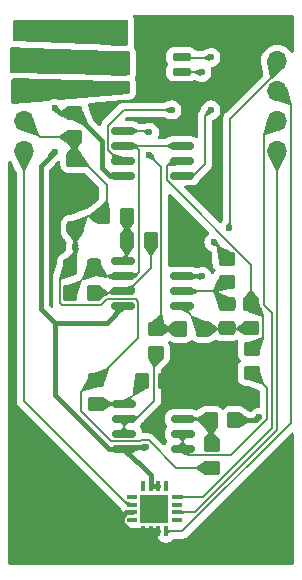
<source format=gbr>
%TF.GenerationSoftware,KiCad,Pcbnew,8.0.3*%
%TF.CreationDate,2025-09-08T17:35:16+08:00*%
%TF.ProjectId,balancing-car,62616c61-6e63-4696-9e67-2d6361722e6b,rev?*%
%TF.SameCoordinates,Original*%
%TF.FileFunction,Copper,L1,Top*%
%TF.FilePolarity,Positive*%
%FSLAX46Y46*%
G04 Gerber Fmt 4.6, Leading zero omitted, Abs format (unit mm)*
G04 Created by KiCad (PCBNEW 8.0.3) date 2025-09-08 17:35:16*
%MOMM*%
%LPD*%
G01*
G04 APERTURE LIST*
G04 Aperture macros list*
%AMRoundRect*
0 Rectangle with rounded corners*
0 $1 Rounding radius*
0 $2 $3 $4 $5 $6 $7 $8 $9 X,Y pos of 4 corners*
0 Add a 4 corners polygon primitive as box body*
4,1,4,$2,$3,$4,$5,$6,$7,$8,$9,$2,$3,0*
0 Add four circle primitives for the rounded corners*
1,1,$1+$1,$2,$3*
1,1,$1+$1,$4,$5*
1,1,$1+$1,$6,$7*
1,1,$1+$1,$8,$9*
0 Add four rect primitives between the rounded corners*
20,1,$1+$1,$2,$3,$4,$5,0*
20,1,$1+$1,$4,$5,$6,$7,0*
20,1,$1+$1,$6,$7,$8,$9,0*
20,1,$1+$1,$8,$9,$2,$3,0*%
G04 Aperture macros list end*
%TA.AperFunction,SMDPad,CuDef*%
%ADD10RoundRect,0.150000X-0.650000X-0.150000X0.650000X-0.150000X0.650000X0.150000X-0.650000X0.150000X0*%
%TD*%
%TA.AperFunction,HeatsinkPad*%
%ADD11R,2.410000X3.100000*%
%TD*%
%TA.AperFunction,HeatsinkPad*%
%ADD12R,2.350000X2.350000*%
%TD*%
%TA.AperFunction,SMDPad,CuDef*%
%ADD13RoundRect,0.075000X-0.075000X-0.362500X0.075000X-0.362500X0.075000X0.362500X-0.075000X0.362500X0*%
%TD*%
%TA.AperFunction,SMDPad,CuDef*%
%ADD14RoundRect,0.075000X-0.362500X-0.075000X0.362500X-0.075000X0.362500X0.075000X-0.362500X0.075000X0*%
%TD*%
%TA.AperFunction,SMDPad,CuDef*%
%ADD15RoundRect,0.150000X0.825000X0.150000X-0.825000X0.150000X-0.825000X-0.150000X0.825000X-0.150000X0*%
%TD*%
%TA.AperFunction,SMDPad,CuDef*%
%ADD16RoundRect,0.250000X-0.450000X0.350000X-0.450000X-0.350000X0.450000X-0.350000X0.450000X0.350000X0*%
%TD*%
%TA.AperFunction,SMDPad,CuDef*%
%ADD17RoundRect,0.250000X0.450000X-0.350000X0.450000X0.350000X-0.450000X0.350000X-0.450000X-0.350000X0*%
%TD*%
%TA.AperFunction,SMDPad,CuDef*%
%ADD18RoundRect,0.250000X-0.350000X-0.450000X0.350000X-0.450000X0.350000X0.450000X-0.350000X0.450000X0*%
%TD*%
%TA.AperFunction,SMDPad,CuDef*%
%ADD19RoundRect,0.250000X0.350000X0.450000X-0.350000X0.450000X-0.350000X-0.450000X0.350000X-0.450000X0*%
%TD*%
%TA.AperFunction,ComponentPad*%
%ADD20O,1.700000X1.700000*%
%TD*%
%TA.AperFunction,ComponentPad*%
%ADD21R,1.700000X1.700000*%
%TD*%
%TA.AperFunction,SMDPad,CuDef*%
%ADD22RoundRect,0.250000X-0.475000X0.337500X-0.475000X-0.337500X0.475000X-0.337500X0.475000X0.337500X0*%
%TD*%
%TA.AperFunction,SMDPad,CuDef*%
%ADD23RoundRect,0.250000X-0.337500X-0.475000X0.337500X-0.475000X0.337500X0.475000X-0.337500X0.475000X0*%
%TD*%
%TA.AperFunction,ViaPad*%
%ADD24C,0.600000*%
%TD*%
%TA.AperFunction,Conductor*%
%ADD25C,0.200000*%
%TD*%
%TA.AperFunction,Conductor*%
%ADD26C,0.400000*%
%TD*%
G04 APERTURE END LIST*
D10*
%TO.P,U4,1,OutA*%
%TO.N,/MotorA*%
X197696800Y-83769200D03*
%TO.P,U4,2,V+*%
%TO.N,VCC*%
X197696800Y-85039200D03*
%TO.P,U4,3,V+*%
X197696800Y-86309200D03*
%TO.P,U4,4,OutB*%
%TO.N,/MotorB*%
X197696800Y-87579200D03*
%TO.P,U4,5,V-*%
%TO.N,GND*%
X202996800Y-87579200D03*
%TO.P,U4,6,InA*%
%TO.N,Net-(U4A-InA)*%
X202996800Y-86309200D03*
%TO.P,U4,7,InB*%
%TO.N,Net-(U4A-InB)*%
X202996800Y-85039200D03*
%TO.P,U4,8,V-*%
%TO.N,GND*%
X202996800Y-83769200D03*
D11*
%TO.P,U4,9*%
X200346800Y-85674200D03*
%TD*%
D12*
%TO.P,U5,17*%
%TO.N,N/C*%
X200701000Y-123284500D03*
D13*
%TO.P,U5,16,NC*%
%TO.N,unconnected-(U5-NC-Pad16)*%
X199726000Y-121347000D03*
%TO.P,U5,15,Vcc*%
%TO.N,VCC*%
X200376000Y-121347000D03*
%TO.P,U5,14,Vcc*%
X201026000Y-121347000D03*
%TO.P,U5,13,NC*%
%TO.N,unconnected-(U5-NC-Pad13)*%
X201676000Y-121347000D03*
D14*
%TO.P,U5,12,Xout*%
%TO.N,/Xout*%
X202638500Y-122309500D03*
%TO.P,U5,11,NC*%
%TO.N,unconnected-(U5-NC-Pad11)*%
X202638500Y-122959500D03*
%TO.P,U5,10,Yout*%
%TO.N,/Yout*%
X202638500Y-123609500D03*
%TO.P,U5,9,NC*%
%TO.N,unconnected-(U5-NC-Pad9)*%
X202638500Y-124259500D03*
D13*
%TO.P,U5,8,Zout*%
%TO.N,/Zout*%
X201676000Y-125222000D03*
%TO.P,U5,7,Gnd*%
%TO.N,GND*%
X201026000Y-125222000D03*
%TO.P,U5,6,Gnd*%
X200376000Y-125222000D03*
%TO.P,U5,5,Gnd*%
X199726000Y-125222000D03*
D14*
%TO.P,U5,4,NC*%
%TO.N,unconnected-(U5-NC-Pad4)*%
X198763500Y-124259500D03*
%TO.P,U5,3,Gnd*%
%TO.N,GND*%
X198763500Y-123609500D03*
%TO.P,U5,2,ST*%
%TO.N,/ST*%
X198763500Y-122959500D03*
%TO.P,U5,1,NC*%
%TO.N,unconnected-(U5-NC-Pad1)*%
X198763500Y-122309500D03*
%TD*%
D15*
%TO.P,U3,8,V+*%
%TO.N,VCC*%
X198058000Y-95123000D03*
%TO.P,U3,7*%
%TO.N,Net-(U4A-InA)*%
X198058000Y-93853000D03*
%TO.P,U3,6,-*%
%TO.N,/v_sharktooth*%
X198058000Y-92583000D03*
%TO.P,U3,5,+*%
%TO.N,Net-(U3B-+)*%
X198058000Y-91313000D03*
%TO.P,U3,4,V-*%
%TO.N,GND*%
X203008000Y-91313000D03*
%TO.P,U3,3,+*%
%TO.N,/v_sharktooth*%
X203008000Y-92583000D03*
%TO.P,U3,2,-*%
%TO.N,Net-(U3A--)*%
X203008000Y-93853000D03*
%TO.P,U3,1*%
%TO.N,Net-(U4A-InB)*%
X203008000Y-95123000D03*
%TD*%
%TO.P,U2,8,V+*%
%TO.N,VCC*%
X198134200Y-118237000D03*
%TO.P,U2,7*%
%TO.N,Net-(U2B--)*%
X198134200Y-116967000D03*
%TO.P,U2,6,-*%
X198134200Y-115697000D03*
%TO.P,U2,5,+*%
%TO.N,Net-(U2B-+)*%
X198134200Y-114427000D03*
%TO.P,U2,4,V-*%
%TO.N,GND*%
X203084200Y-114427000D03*
%TO.P,U2,3,+*%
%TO.N,Net-(U2A-+)*%
X203084200Y-115697000D03*
%TO.P,U2,2,-*%
%TO.N,Net-(U2A--)*%
X203084200Y-116967000D03*
%TO.P,U2,1*%
X203084200Y-118237000D03*
%TD*%
%TO.P,U1,8,V+*%
%TO.N,VCC*%
X198074000Y-106172000D03*
%TO.P,U1,7*%
%TO.N,Net-(R3-Pad2)*%
X198074000Y-104902000D03*
%TO.P,U1,6,-*%
%TO.N,/v_sharktooth*%
X198074000Y-103632000D03*
%TO.P,U1,5,+*%
%TO.N,Net-(U1B-+)*%
X198074000Y-102362000D03*
%TO.P,U1,4,V-*%
%TO.N,GND*%
X203024000Y-102362000D03*
%TO.P,U1,3,+*%
%TO.N,/Vmid*%
X203024000Y-103632000D03*
%TO.P,U1,2,-*%
%TO.N,Net-(U1A--)*%
X203024000Y-104902000D03*
%TO.P,U1,1*%
%TO.N,/velocity*%
X203024000Y-106172000D03*
%TD*%
D16*
%TO.P,R14,2*%
%TO.N,Net-(U1A--)*%
X206806800Y-104124000D03*
%TO.P,R14,1*%
%TO.N,/Acceleration*%
X206806800Y-102124000D03*
%TD*%
D17*
%TO.P,R13,1*%
%TO.N,Net-(U2B--)*%
X200803000Y-110093000D03*
%TO.P,R13,2*%
%TO.N,Net-(U3B-+)*%
X200803000Y-108093000D03*
%TD*%
D18*
%TO.P,R12,2*%
%TO.N,/velocity*%
X204851000Y-108077000D03*
%TO.P,R12,1*%
%TO.N,Net-(U3B-+)*%
X202851000Y-108077000D03*
%TD*%
D17*
%TO.P,R11,2*%
%TO.N,Net-(U3A--)*%
X208889600Y-106000800D03*
%TO.P,R11,1*%
%TO.N,/velocity*%
X208889600Y-108000800D03*
%TD*%
%TO.P,R10,2*%
%TO.N,Net-(U3A--)*%
X208940400Y-109794800D03*
%TO.P,R10,1*%
%TO.N,Net-(U2A--)*%
X208940400Y-111794800D03*
%TD*%
D18*
%TO.P,R9,2*%
%TO.N,GND*%
X201609200Y-112522000D03*
%TO.P,R9,1*%
%TO.N,Net-(U2B-+)*%
X199609200Y-112522000D03*
%TD*%
D16*
%TO.P,R8,2*%
%TO.N,Net-(U2B-+)*%
X195783200Y-114411000D03*
%TO.P,R8,1*%
%TO.N,/Vmid*%
X195783200Y-112411000D03*
%TD*%
%TO.P,R7,2*%
%TO.N,/Vmid*%
X205536800Y-119872000D03*
%TO.P,R7,1*%
%TO.N,Net-(U2A-+)*%
X205536800Y-117872000D03*
%TD*%
D19*
%TO.P,R6,2*%
%TO.N,Net-(U2A-+)*%
X205467200Y-115824000D03*
%TO.P,R6,1*%
%TO.N,VCC*%
X207467200Y-115824000D03*
%TD*%
%TO.P,R5,2*%
%TO.N,/Vmid*%
X196358000Y-98552000D03*
%TO.P,R5,1*%
%TO.N,Net-(U1B-+)*%
X198358000Y-98552000D03*
%TD*%
%TO.P,R4,2*%
%TO.N,Net-(U1B-+)*%
X198390000Y-100584000D03*
%TO.P,R4,1*%
%TO.N,Net-(R3-Pad2)*%
X200390000Y-100584000D03*
%TD*%
D18*
%TO.P,R3,1*%
%TO.N,/v_sharktooth*%
X193580000Y-105029000D03*
%TO.P,R3,2*%
%TO.N,Net-(R3-Pad2)*%
X195580000Y-105029000D03*
%TD*%
D16*
%TO.P,R2,2*%
%TO.N,GND*%
X193929000Y-95742000D03*
%TO.P,R2,1*%
%TO.N,/Vmid*%
X193929000Y-93742000D03*
%TD*%
%TO.P,R1,2*%
%TO.N,/Vmid*%
X193929000Y-91805000D03*
%TO.P,R1,1*%
%TO.N,VCC*%
X193929000Y-89805000D03*
%TD*%
D20*
%TO.P,J2,5,Pin_5*%
%TO.N,/ST*%
X189636000Y-92994000D03*
%TO.P,J2,4,Pin_4*%
%TO.N,/Vmid*%
X189636000Y-90454000D03*
%TO.P,J2,3,Pin_3*%
%TO.N,/MotorB*%
X189636000Y-87914000D03*
%TO.P,J2,2,Pin_2*%
%TO.N,VCC*%
X189636000Y-85374000D03*
D21*
%TO.P,J2,1,Pin_1*%
%TO.N,/MotorA*%
X189636000Y-82834000D03*
%TD*%
D20*
%TO.P,J1,5,Pin_5*%
%TO.N,/Yout*%
X211099000Y-92994000D03*
%TO.P,J1,4,Pin_4*%
%TO.N,/Xout*%
X211099000Y-90454000D03*
%TO.P,J1,3,Pin_3*%
%TO.N,/Zout*%
X211099000Y-87914000D03*
%TO.P,J1,2,Pin_2*%
%TO.N,/Acceleration*%
X211099000Y-85374000D03*
D21*
%TO.P,J1,1,Pin_1*%
%TO.N,GND*%
X211099000Y-82834000D03*
%TD*%
D22*
%TO.P,C3,2*%
%TO.N,/Vmid*%
X194005200Y-99538700D03*
%TO.P,C3,1*%
%TO.N,GND*%
X194005200Y-97463700D03*
%TD*%
%TO.P,C2,2*%
%TO.N,/velocity*%
X206806800Y-108022300D03*
%TO.P,C2,1*%
%TO.N,Net-(U1A--)*%
X206806800Y-105947300D03*
%TD*%
D23*
%TO.P,C1,2*%
%TO.N,/v_sharktooth*%
X195617500Y-102870000D03*
%TO.P,C1,1*%
%TO.N,/Vmid*%
X193542500Y-102870000D03*
%TD*%
D24*
%TO.N,GND*%
X198780400Y-126695200D03*
X203657200Y-100279200D03*
X201117200Y-85699600D03*
X199593200Y-85699600D03*
X199593200Y-86766400D03*
X201117200Y-86766400D03*
X201117200Y-84582000D03*
X199593200Y-84582000D03*
X195478400Y-96621600D03*
X204774800Y-113487200D03*
X203200000Y-111099600D03*
%TO.N,VCC*%
X199948800Y-118110000D03*
X209550000Y-115570000D03*
%TO.N,/Acceleration*%
X207010000Y-99568000D03*
X205740000Y-100736400D03*
%TO.N,/Vmid*%
X194005200Y-101142800D03*
X204724000Y-103632000D03*
%TO.N,VCC*%
X192278000Y-93091000D03*
%TO.N,Net-(U3B-+)*%
X200279000Y-93345000D03*
X200279000Y-91440000D03*
%TO.N,VCC*%
X192278000Y-89408000D03*
%TO.N,Net-(U4A-InA)*%
X204724000Y-86360000D03*
X202184000Y-89535000D03*
%TO.N,Net-(U4A-InB)*%
X205486000Y-85090000D03*
X205486000Y-89535000D03*
%TD*%
D25*
%TO.N,Net-(R3-Pad2)*%
X195580000Y-105029000D02*
X197947000Y-105029000D01*
X197947000Y-105029000D02*
X198074000Y-104902000D01*
%TO.N,/v_sharktooth*%
X193580000Y-105029000D02*
X193580000Y-104907500D01*
X193580000Y-104907500D02*
X195617500Y-102870000D01*
%TO.N,/Vmid*%
X195783200Y-112411000D02*
X199349000Y-108845200D01*
X199349000Y-108845200D02*
X199349000Y-105775400D01*
X199349000Y-105775400D02*
X199136000Y-105562400D01*
X199136000Y-105562400D02*
X196646800Y-105562400D01*
X192680000Y-105862800D02*
X192680000Y-103732500D01*
X196646800Y-105562400D02*
X196180200Y-106029000D01*
X196180200Y-106029000D02*
X192846200Y-106029000D01*
X192846200Y-106029000D02*
X192680000Y-105862800D01*
X192680000Y-103732500D02*
X193542500Y-102870000D01*
D26*
%TO.N,VCC*%
X198074000Y-106172000D02*
X196651600Y-107594400D01*
X196651600Y-107594400D02*
X192278000Y-107594400D01*
X192278000Y-113635506D02*
X192278000Y-107594400D01*
X192278000Y-107594400D02*
X191109600Y-106426000D01*
X191109600Y-106426000D02*
X191109600Y-94259400D01*
X191109600Y-94259400D02*
X192278000Y-93091000D01*
D25*
%TO.N,/Zout*%
X211099000Y-87914000D02*
X212249000Y-89064000D01*
X212249000Y-116034372D02*
X203061372Y-125222000D01*
X203061372Y-125222000D02*
X201676000Y-125222000D01*
X212249000Y-89064000D02*
X212249000Y-116034372D01*
%TO.N,/Yout*%
X211099000Y-92994000D02*
X211099000Y-116618686D01*
X204108186Y-123609500D02*
X202638500Y-123609500D01*
X211099000Y-116618686D02*
X204108186Y-123609500D01*
%TO.N,/Xout*%
X211099000Y-90454000D02*
X209949000Y-91604000D01*
X210661200Y-106724400D02*
X210661200Y-116490800D01*
X209949000Y-91604000D02*
X209949000Y-106012200D01*
X209949000Y-106012200D02*
X210661200Y-106724400D01*
X210661200Y-116490800D02*
X204842500Y-122309500D01*
X204842500Y-122309500D02*
X202638500Y-122309500D01*
%TO.N,/ST*%
X189636000Y-92994000D02*
X189636000Y-114151910D01*
X189636000Y-114151910D02*
X198443590Y-122959500D01*
X198443590Y-122959500D02*
X198763500Y-122959500D01*
D26*
%TO.N,GND*%
X199726000Y-125222000D02*
X198614670Y-125222000D01*
X197926000Y-124533330D02*
X197926000Y-123985670D01*
X198614670Y-125222000D02*
X197926000Y-124533330D01*
X197926000Y-123985670D02*
X198302170Y-123609500D01*
X198302170Y-123609500D02*
X198763500Y-123609500D01*
X201026000Y-125222000D02*
X199726000Y-125222000D01*
%TO.N,VCC*%
X200376000Y-121347000D02*
X200376000Y-120478800D01*
X200376000Y-120478800D02*
X198134200Y-118237000D01*
X201026000Y-121347000D02*
X200376000Y-121347000D01*
D25*
%TO.N,/Vmid*%
X205536800Y-119872000D02*
X202559329Y-119872000D01*
X199475800Y-117567000D02*
X197018200Y-117567000D01*
X197018200Y-117567000D02*
X194513200Y-115062000D01*
X202559329Y-119872000D02*
X200197329Y-117510000D01*
X200197329Y-117510000D02*
X199532800Y-117510000D01*
X199532800Y-117510000D02*
X199475800Y-117567000D01*
X194513200Y-115062000D02*
X194513200Y-113427000D01*
X194513200Y-113427000D02*
X195529200Y-112411000D01*
D26*
%TO.N,VCC*%
X199948800Y-118110000D02*
X198261200Y-118110000D01*
X198261200Y-118110000D02*
X198134200Y-118237000D01*
X198134200Y-118237000D02*
X196879494Y-118237000D01*
X196879494Y-118237000D02*
X192278000Y-113635506D01*
D25*
%TO.N,Net-(U2A--)*%
X203084200Y-118237000D02*
X203619200Y-118772000D01*
X203619200Y-118772000D02*
X207196529Y-118772000D01*
X207196529Y-118772000D02*
X210261200Y-115707329D01*
X210261200Y-115707329D02*
X210261200Y-113115600D01*
X210261200Y-113115600D02*
X208940400Y-111794800D01*
D26*
%TO.N,VCC*%
X209296000Y-115824000D02*
X209550000Y-115570000D01*
X207467200Y-115824000D02*
X209296000Y-115824000D01*
D25*
%TO.N,Net-(U2A--)*%
X203084200Y-116967000D02*
X203084200Y-118237000D01*
%TO.N,Net-(U2A-+)*%
X205467200Y-117856000D02*
X205467200Y-115824000D01*
X203084200Y-115697000D02*
X205340200Y-115697000D01*
X205340200Y-115697000D02*
X205467200Y-115824000D01*
%TO.N,Net-(U2B--)*%
X198134200Y-115697000D02*
X199109199Y-115697000D01*
X200660000Y-114146199D02*
X200660000Y-110236000D01*
X199109199Y-115697000D02*
X200660000Y-114146199D01*
X200660000Y-110236000D02*
X200803000Y-110093000D01*
X198134200Y-115697000D02*
X198134200Y-116967000D01*
%TO.N,Net-(U2B-+)*%
X198134200Y-114427000D02*
X199609200Y-112952000D01*
X199609200Y-112952000D02*
X199609200Y-112522000D01*
X198134200Y-114427000D02*
X195545200Y-114427000D01*
%TO.N,Net-(U3A--)*%
X208889600Y-106000800D02*
X209889600Y-107000800D01*
X209889600Y-108845600D02*
X208940400Y-109794800D01*
X209889600Y-107000800D02*
X209889600Y-108845600D01*
%TO.N,/Acceleration*%
X206806800Y-102124000D02*
X206806800Y-101803200D01*
X206806800Y-101803200D02*
X205740000Y-100736400D01*
%TO.N,Net-(U3A--)*%
X208889600Y-106000800D02*
X208889600Y-102622056D01*
X202158600Y-93853000D02*
X203008000Y-93853000D01*
X208889600Y-102622056D02*
X201733000Y-95465456D01*
X201733000Y-95465456D02*
X201733000Y-94278600D01*
X201733000Y-94278600D02*
X202158600Y-93853000D01*
%TO.N,Net-(U1A--)*%
X206806800Y-104124000D02*
X206539500Y-104124000D01*
X206539500Y-104124000D02*
X205761500Y-104902000D01*
X203024000Y-104902000D02*
X205761500Y-104902000D01*
X205761500Y-104902000D02*
X206806800Y-105947300D01*
%TO.N,/velocity*%
X204851000Y-108077000D02*
X208813400Y-108077000D01*
X208813400Y-108077000D02*
X208889600Y-108000800D01*
%TO.N,/Vmid*%
X194005200Y-102407300D02*
X193542500Y-102870000D01*
X194005200Y-101142800D02*
X194005200Y-99538700D01*
X194005200Y-101142800D02*
X194005200Y-102407300D01*
X196358000Y-98552000D02*
X194991900Y-98552000D01*
X194991900Y-98552000D02*
X194005200Y-99538700D01*
X196358000Y-98552000D02*
X196646800Y-98263200D01*
X196646800Y-98263200D02*
X196646800Y-95859600D01*
X196646800Y-95859600D02*
X194529200Y-93742000D01*
X194529200Y-93742000D02*
X193929000Y-93742000D01*
X203024000Y-103632000D02*
X204724000Y-103632000D01*
%TO.N,Net-(U3B-+)*%
X200279000Y-91440000D02*
X199898000Y-91440000D01*
X199898000Y-91440000D02*
X199771000Y-91313000D01*
X199771000Y-91313000D02*
X198058000Y-91313000D01*
%TO.N,Net-(R3-Pad2)*%
X198074000Y-104902000D02*
X198419552Y-104902000D01*
X198419552Y-104902000D02*
X200390000Y-102931552D01*
X200390000Y-102931552D02*
X200390000Y-100584000D01*
%TO.N,Net-(U1B-+)*%
X198390000Y-100584000D02*
X198390000Y-102046000D01*
X198390000Y-102046000D02*
X198074000Y-102362000D01*
X198358000Y-98552000D02*
X198358000Y-100552000D01*
X198358000Y-100552000D02*
X198390000Y-100584000D01*
%TO.N,/v_sharktooth*%
X198074000Y-103632000D02*
X199048999Y-103632000D01*
X199032999Y-92583000D02*
X198058000Y-92583000D01*
X199048999Y-103632000D02*
X199390000Y-103290999D01*
X199390000Y-103290999D02*
X199390000Y-92940001D01*
X199390000Y-92940001D02*
X199032999Y-92583000D01*
%TO.N,Net-(U3B-+)*%
X202851000Y-108077000D02*
X200819000Y-108077000D01*
X200819000Y-108077000D02*
X200803000Y-108093000D01*
%TO.N,/velocity*%
X203024000Y-106172000D02*
X204851000Y-107999000D01*
X204851000Y-107999000D02*
X204851000Y-108077000D01*
%TO.N,/v_sharktooth*%
X198074000Y-103632000D02*
X196379500Y-103632000D01*
X196379500Y-103632000D02*
X195617500Y-102870000D01*
%TO.N,/Vmid*%
X193929000Y-91805000D02*
X190987000Y-91805000D01*
X190987000Y-91805000D02*
X189636000Y-90454000D01*
X193929000Y-93742000D02*
X193929000Y-91805000D01*
D26*
%TO.N,VCC*%
X193929000Y-89805000D02*
X196283000Y-92159000D01*
X196283000Y-92159000D02*
X196283000Y-94429000D01*
X196283000Y-94429000D02*
X196977000Y-95123000D01*
X196977000Y-95123000D02*
X198058000Y-95123000D01*
X193929000Y-89805000D02*
X192675000Y-89805000D01*
X192675000Y-89805000D02*
X192278000Y-89408000D01*
D25*
%TO.N,/v_sharktooth*%
X198058000Y-92583000D02*
X203008000Y-92583000D01*
%TO.N,Net-(U4A-InA)*%
X198058000Y-93853000D02*
X197712448Y-93853000D01*
X196783000Y-92923552D02*
X196783000Y-90872000D01*
X197712448Y-93853000D02*
X196783000Y-92923552D01*
X196783000Y-90872000D02*
X198120000Y-89535000D01*
X198120000Y-89535000D02*
X202184000Y-89535000D01*
X204724000Y-86360000D02*
X203147000Y-86360000D01*
X203147000Y-86360000D02*
X203117000Y-86390000D01*
%TO.N,Net-(U4A-InB)*%
X204978000Y-90043000D02*
X204978000Y-94127999D01*
X204978000Y-94127999D02*
X203982999Y-95123000D01*
X205486000Y-89535000D02*
X204978000Y-90043000D01*
X203982999Y-95123000D02*
X203008000Y-95123000D01*
X205486000Y-85090000D02*
X205456000Y-85120000D01*
X205456000Y-85120000D02*
X203117000Y-85120000D01*
%TO.N,Net-(U3B-+)*%
X200803000Y-108093000D02*
X201290000Y-107606000D01*
X201290000Y-107606000D02*
X201290000Y-94356000D01*
X201290000Y-94356000D02*
X200279000Y-93345000D01*
%TO.N,/Acceleration*%
X207010000Y-99568000D02*
X207111600Y-99466400D01*
X207111600Y-99466400D02*
X207111600Y-90275054D01*
X207111600Y-90275054D02*
X211099000Y-86287654D01*
X211099000Y-86287654D02*
X211099000Y-85374000D01*
%TD*%
%TA.AperFunction,Conductor*%
%TO.N,/MotorA*%
G36*
X198444039Y-81934685D02*
G01*
X198489794Y-81987489D01*
X198501000Y-82039000D01*
X198501000Y-83950000D01*
X198481315Y-84017039D01*
X198428511Y-84062794D01*
X198377000Y-84074000D01*
X197106815Y-84074000D01*
X197101184Y-84073872D01*
X188840369Y-83698380D01*
X188774293Y-83675672D01*
X188730983Y-83620845D01*
X188722000Y-83574508D01*
X188722000Y-82039000D01*
X188741685Y-81971961D01*
X188794489Y-81926206D01*
X188846000Y-81915000D01*
X198377000Y-81915000D01*
X198444039Y-81934685D01*
G37*
%TD.AperFunction*%
%TD*%
%TA.AperFunction,Conductor*%
%TO.N,VCC*%
G36*
X190167790Y-84264742D02*
G01*
X190168409Y-84264767D01*
X197078230Y-84578851D01*
X197088682Y-84579206D01*
X197089665Y-84579240D01*
X197089669Y-84579240D01*
X197089696Y-84579241D01*
X197095327Y-84579369D01*
X197106815Y-84579500D01*
X197106819Y-84579500D01*
X198376991Y-84579500D01*
X198377000Y-84579500D01*
X198415742Y-84575334D01*
X198433631Y-84574711D01*
X198508647Y-84577524D01*
X198574902Y-84599707D01*
X198618646Y-84654189D01*
X198628000Y-84701437D01*
X198628000Y-86489159D01*
X198608315Y-86556198D01*
X198555511Y-86601953D01*
X198500862Y-86613119D01*
X198156496Y-86604401D01*
X198150252Y-86604282D01*
X198146948Y-86604239D01*
X198140670Y-86604200D01*
X198140592Y-86604200D01*
X197043811Y-86604200D01*
X197009220Y-86599278D01*
X196997257Y-86595802D01*
X196933803Y-86581719D01*
X196902363Y-86576836D01*
X196902358Y-86576835D01*
X196874346Y-86574316D01*
X196837577Y-86571010D01*
X196837566Y-86571009D01*
X196837558Y-86571009D01*
X188734937Y-86365880D01*
X188734927Y-86365880D01*
X188620931Y-86375951D01*
X188616819Y-86376792D01*
X188547196Y-86370924D01*
X188491798Y-86328346D01*
X188468214Y-86262577D01*
X188468000Y-86255301D01*
X188468000Y-84329737D01*
X188487685Y-84262698D01*
X188540489Y-84216943D01*
X188596645Y-84205824D01*
X190167790Y-84264742D01*
G37*
%TD.AperFunction*%
%TD*%
%TA.AperFunction,Conductor*%
%TO.N,/MotorB*%
G36*
X196824784Y-87076348D02*
G01*
X196856229Y-87081231D01*
X196944231Y-87106798D01*
X196981106Y-87109700D01*
X196981114Y-87109700D01*
X198140592Y-87109700D01*
X198143730Y-87109740D01*
X198507138Y-87118940D01*
X198573658Y-87140315D01*
X198618062Y-87194260D01*
X198628000Y-87242900D01*
X198628000Y-88024501D01*
X198608315Y-88091540D01*
X198555511Y-88137295D01*
X198514944Y-88148017D01*
X192625613Y-88669856D01*
X192573715Y-88663382D01*
X192457257Y-88622632D01*
X192457249Y-88622630D01*
X192278004Y-88602435D01*
X192277996Y-88602435D01*
X192098750Y-88622630D01*
X192098737Y-88622633D01*
X191928482Y-88682208D01*
X191862201Y-88723855D01*
X191807174Y-88742376D01*
X188729944Y-89015042D01*
X188661429Y-89001351D01*
X188611192Y-88952792D01*
X188595000Y-88891526D01*
X188595000Y-86995178D01*
X188614685Y-86928139D01*
X188667489Y-86882384D01*
X188722135Y-86871218D01*
X196824784Y-87076348D01*
G37*
%TD.AperFunction*%
%TD*%
%TA.AperFunction,Conductor*%
%TO.N,GND*%
G36*
X188538703Y-93847791D02*
G01*
X188568475Y-93886183D01*
X189012455Y-94776814D01*
X189022475Y-94796913D01*
X189035500Y-94852234D01*
X189035500Y-114065240D01*
X189035499Y-114065258D01*
X189035499Y-114230964D01*
X189035498Y-114230964D01*
X189076423Y-114383694D01*
X189076424Y-114383697D01*
X189081068Y-114391740D01*
X189081069Y-114391742D01*
X189155477Y-114520622D01*
X189155481Y-114520627D01*
X189274349Y-114639495D01*
X189274355Y-114639500D01*
X197837523Y-123202668D01*
X197864403Y-123242896D01*
X197898302Y-123324733D01*
X197990549Y-123444951D01*
X198022512Y-123469477D01*
X198076787Y-123511125D01*
X198117990Y-123567553D01*
X198122144Y-123637299D01*
X198087931Y-123698219D01*
X198076787Y-123707875D01*
X197990551Y-123774047D01*
X197898300Y-123894270D01*
X197840313Y-124034263D01*
X197840313Y-124034264D01*
X197825500Y-124146772D01*
X197825500Y-124372227D01*
X197838461Y-124470671D01*
X197840313Y-124484736D01*
X197898302Y-124624733D01*
X197990549Y-124744951D01*
X198110767Y-124837198D01*
X198250764Y-124895187D01*
X198363280Y-124910000D01*
X198363287Y-124910000D01*
X199163719Y-124910000D01*
X199163720Y-124910000D01*
X199235061Y-124900607D01*
X199294574Y-124907363D01*
X199418517Y-124953591D01*
X199478127Y-124960000D01*
X200901500Y-124959999D01*
X200968539Y-124979684D01*
X201014294Y-125032487D01*
X201025500Y-125083999D01*
X201025500Y-125622227D01*
X201040313Y-125734735D01*
X201040313Y-125734736D01*
X201079694Y-125829811D01*
X201098302Y-125874733D01*
X201190549Y-125994951D01*
X201310767Y-126087198D01*
X201450764Y-126145187D01*
X201563280Y-126160000D01*
X201563287Y-126160000D01*
X201788713Y-126160000D01*
X201788720Y-126160000D01*
X201901236Y-126145187D01*
X202041233Y-126087198D01*
X202161451Y-125994951D01*
X202253698Y-125874733D01*
X202256553Y-125871013D01*
X202312981Y-125829811D01*
X202354928Y-125822500D01*
X202974703Y-125822500D01*
X202974719Y-125822501D01*
X202982315Y-125822501D01*
X203140426Y-125822501D01*
X203140429Y-125822501D01*
X203293157Y-125781577D01*
X203293159Y-125781575D01*
X203293161Y-125781575D01*
X203293162Y-125781574D01*
X203344710Y-125751813D01*
X203344711Y-125751812D01*
X203430088Y-125702520D01*
X203541892Y-125590716D01*
X203541892Y-125590714D01*
X203552096Y-125580511D01*
X203552099Y-125580506D01*
X212266821Y-116865785D01*
X212328142Y-116832302D01*
X212397834Y-116837286D01*
X212453767Y-116879158D01*
X212478184Y-116944622D01*
X212478500Y-116953468D01*
X212478500Y-127937600D01*
X212458815Y-128004639D01*
X212406011Y-128050394D01*
X212354500Y-128061600D01*
X188457500Y-128061600D01*
X188390461Y-128041915D01*
X188344706Y-127989111D01*
X188333500Y-127937600D01*
X188333500Y-93941504D01*
X188353185Y-93874465D01*
X188405989Y-93828710D01*
X188475147Y-93818766D01*
X188538703Y-93847791D01*
G37*
%TD.AperFunction*%
%TA.AperFunction,Conductor*%
G36*
X205931665Y-108995056D02*
G01*
X205938333Y-108998889D01*
X206012459Y-109044610D01*
X206012460Y-109044610D01*
X206012466Y-109044614D01*
X206179003Y-109099799D01*
X206281791Y-109110300D01*
X207331808Y-109110299D01*
X207331816Y-109110298D01*
X207331819Y-109110298D01*
X207391974Y-109104153D01*
X207434597Y-109099799D01*
X207601134Y-109044614D01*
X207601812Y-109044195D01*
X207602338Y-109044051D01*
X207607682Y-109041560D01*
X207608107Y-109042472D01*
X207669203Y-109025751D01*
X207735868Y-109046669D01*
X207780640Y-109100308D01*
X207789306Y-109169638D01*
X207784621Y-109188734D01*
X207750401Y-109292003D01*
X207750400Y-109292004D01*
X207739900Y-109394783D01*
X207739900Y-110194801D01*
X207739901Y-110194819D01*
X207750400Y-110297596D01*
X207750401Y-110297599D01*
X207805585Y-110464131D01*
X207805587Y-110464136D01*
X207823396Y-110493009D01*
X207886795Y-110595796D01*
X207897689Y-110613457D01*
X207991351Y-110707119D01*
X208024836Y-110768442D01*
X208019852Y-110838134D01*
X207991351Y-110882481D01*
X207897689Y-110976142D01*
X207805587Y-111125463D01*
X207805586Y-111125466D01*
X207750401Y-111292003D01*
X207750401Y-111292004D01*
X207750400Y-111292004D01*
X207739900Y-111394783D01*
X207739900Y-112194801D01*
X207739901Y-112194819D01*
X207750400Y-112297596D01*
X207750401Y-112297599D01*
X207805585Y-112464131D01*
X207805586Y-112464134D01*
X207897688Y-112613456D01*
X208021744Y-112737512D01*
X208171066Y-112829614D01*
X208337603Y-112884799D01*
X208440391Y-112895300D01*
X208559371Y-112895299D01*
X208604934Y-112903973D01*
X208712517Y-112946476D01*
X209429296Y-113229656D01*
X209565264Y-113283373D01*
X209607383Y-113311018D01*
X209624381Y-113328016D01*
X209657866Y-113389339D01*
X209660700Y-113415697D01*
X209660700Y-114641148D01*
X209641015Y-114708187D01*
X209588211Y-114753942D01*
X209550584Y-114764368D01*
X209370749Y-114784630D01*
X209370745Y-114784631D01*
X209200476Y-114844211D01*
X209047739Y-114940183D01*
X209015010Y-114972911D01*
X208998623Y-114986683D01*
X208983104Y-114997587D01*
X208983100Y-114997590D01*
X208905695Y-115070470D01*
X208843391Y-115102094D01*
X208773881Y-115095013D01*
X208756090Y-115086030D01*
X208343961Y-114834475D01*
X208320883Y-114816315D01*
X208285857Y-114781289D01*
X208285856Y-114781288D01*
X208136534Y-114689186D01*
X207969997Y-114634001D01*
X207969995Y-114634000D01*
X207867210Y-114623500D01*
X207067198Y-114623500D01*
X207067180Y-114623501D01*
X206964403Y-114634000D01*
X206964400Y-114634001D01*
X206797868Y-114689185D01*
X206797863Y-114689187D01*
X206648542Y-114781289D01*
X206554881Y-114874951D01*
X206493558Y-114908436D01*
X206423866Y-114903452D01*
X206379519Y-114874951D01*
X206285857Y-114781289D01*
X206285856Y-114781288D01*
X206136534Y-114689186D01*
X205969997Y-114634001D01*
X205969995Y-114634000D01*
X205867210Y-114623500D01*
X205067198Y-114623500D01*
X205067180Y-114623501D01*
X204964403Y-114634000D01*
X204964400Y-114634001D01*
X204839500Y-114675389D01*
X204797866Y-114689186D01*
X204767060Y-114708187D01*
X204720130Y-114737133D01*
X204717458Y-114738628D01*
X204717459Y-114738630D01*
X204713677Y-114740891D01*
X204713675Y-114740893D01*
X204674431Y-114764368D01*
X204339217Y-114964883D01*
X204271580Y-114982404D01*
X204221873Y-114970242D01*
X204189723Y-114954799D01*
X204189718Y-114954797D01*
X204189710Y-114954793D01*
X204185471Y-114953002D01*
X204183422Y-114952136D01*
X204170844Y-114945795D01*
X204169599Y-114945257D01*
X204169598Y-114945256D01*
X204169595Y-114945255D01*
X204168697Y-114944994D01*
X204155037Y-114940143D01*
X204144998Y-114935902D01*
X204144991Y-114935899D01*
X204144988Y-114935898D01*
X204144987Y-114935898D01*
X204133207Y-114933400D01*
X204121339Y-114930884D01*
X204112470Y-114928658D01*
X204011775Y-114899403D01*
X204011763Y-114899401D01*
X203974901Y-114896500D01*
X203974894Y-114896500D01*
X202193506Y-114896500D01*
X202193498Y-114896500D01*
X202156632Y-114899401D01*
X202156626Y-114899402D01*
X201998806Y-114945254D01*
X201998803Y-114945255D01*
X201857337Y-115028917D01*
X201857329Y-115028923D01*
X201741123Y-115145129D01*
X201741117Y-115145137D01*
X201657455Y-115286603D01*
X201657454Y-115286606D01*
X201611602Y-115444426D01*
X201611601Y-115444432D01*
X201608700Y-115481298D01*
X201608700Y-115912701D01*
X201611601Y-115949567D01*
X201611602Y-115949573D01*
X201657454Y-116107393D01*
X201657455Y-116107396D01*
X201741117Y-116248862D01*
X201745902Y-116255031D01*
X201743456Y-116256927D01*
X201770057Y-116305642D01*
X201765073Y-116375334D01*
X201744269Y-116407703D01*
X201745902Y-116408969D01*
X201741117Y-116415137D01*
X201657455Y-116556603D01*
X201657454Y-116556606D01*
X201611602Y-116714426D01*
X201611601Y-116714432D01*
X201608700Y-116751298D01*
X201608700Y-117182701D01*
X201611601Y-117219567D01*
X201611602Y-117219573D01*
X201657454Y-117377393D01*
X201657455Y-117377396D01*
X201741117Y-117518862D01*
X201745902Y-117525031D01*
X201743456Y-117526927D01*
X201770057Y-117575642D01*
X201765073Y-117645334D01*
X201744269Y-117677703D01*
X201745902Y-117678969D01*
X201741117Y-117685137D01*
X201657455Y-117826602D01*
X201649700Y-117853296D01*
X201612092Y-117912181D01*
X201548618Y-117941385D01*
X201479432Y-117931638D01*
X201442943Y-117906379D01*
X200684919Y-117148355D01*
X200684917Y-117148352D01*
X200566046Y-117029481D01*
X200566045Y-117029480D01*
X200465308Y-116971320D01*
X200465307Y-116971319D01*
X200429112Y-116950422D01*
X200350238Y-116929288D01*
X200276386Y-116909499D01*
X200118272Y-116909499D01*
X200110676Y-116909499D01*
X200110660Y-116909500D01*
X199733700Y-116909500D01*
X199666661Y-116889815D01*
X199620906Y-116837011D01*
X199609700Y-116785500D01*
X199609700Y-116751313D01*
X199609699Y-116751298D01*
X199608832Y-116740286D01*
X199606798Y-116714431D01*
X199560944Y-116556602D01*
X199477281Y-116415135D01*
X199477278Y-116415132D01*
X199472498Y-116408969D01*
X199474950Y-116407066D01*
X199448355Y-116358421D01*
X199453304Y-116288726D01*
X199474140Y-116256304D01*
X199472498Y-116255031D01*
X199477276Y-116248869D01*
X199477281Y-116248865D01*
X199535437Y-116150527D01*
X199564916Y-116100682D01*
X199565550Y-116101057D01*
X199588437Y-116068067D01*
X199733888Y-115928154D01*
X199737530Y-115924614D01*
X199737692Y-115924455D01*
X199777202Y-115880882D01*
X199777209Y-115880870D01*
X199779158Y-115878231D01*
X199791236Y-115864196D01*
X201018506Y-114636927D01*
X201018511Y-114636923D01*
X201028714Y-114626719D01*
X201028716Y-114626719D01*
X201140520Y-114514915D01*
X201211636Y-114391738D01*
X201219577Y-114377984D01*
X201260501Y-114225256D01*
X201260501Y-114067141D01*
X201260501Y-114059546D01*
X201260500Y-114059528D01*
X201260500Y-111547080D01*
X201280185Y-111480041D01*
X201293993Y-111462319D01*
X201357242Y-111394783D01*
X201643714Y-111088889D01*
X201669122Y-111068114D01*
X201721656Y-111035712D01*
X201845712Y-110911656D01*
X201937814Y-110762334D01*
X201992999Y-110595797D01*
X202003500Y-110493009D01*
X202003499Y-109692992D01*
X201999374Y-109652615D01*
X201992999Y-109590203D01*
X201992998Y-109590200D01*
X201937814Y-109423666D01*
X201851036Y-109282975D01*
X201832597Y-109215586D01*
X201853520Y-109148923D01*
X201907162Y-109104153D01*
X201976492Y-109095492D01*
X202025478Y-109117084D01*
X202026197Y-109115920D01*
X202032342Y-109119710D01*
X202032344Y-109119712D01*
X202181666Y-109211814D01*
X202348203Y-109266999D01*
X202450991Y-109277500D01*
X203251008Y-109277499D01*
X203251016Y-109277498D01*
X203251019Y-109277498D01*
X203307302Y-109271748D01*
X203353797Y-109266999D01*
X203520334Y-109211814D01*
X203669656Y-109119712D01*
X203763319Y-109026049D01*
X203824642Y-108992564D01*
X203894334Y-108997548D01*
X203938681Y-109026049D01*
X204032344Y-109119712D01*
X204181666Y-109211814D01*
X204348203Y-109266999D01*
X204450991Y-109277500D01*
X205251008Y-109277499D01*
X205251016Y-109277498D01*
X205251019Y-109277498D01*
X205307302Y-109271748D01*
X205353797Y-109266999D01*
X205520334Y-109211814D01*
X205669656Y-109119712D01*
X205730985Y-109058381D01*
X205743436Y-109047492D01*
X205798023Y-109005844D01*
X205863259Y-108980830D01*
X205931665Y-108995056D01*
G37*
%TD.AperFunction*%
%TA.AperFunction,Conductor*%
G36*
X192666344Y-93887556D02*
G01*
X192714633Y-93938053D01*
X192728500Y-93995032D01*
X192728500Y-94142000D01*
X192728501Y-94142019D01*
X192739000Y-94244796D01*
X192739001Y-94244799D01*
X192755071Y-94293294D01*
X192794186Y-94411334D01*
X192886288Y-94560656D01*
X193010344Y-94684712D01*
X193159666Y-94776814D01*
X193326203Y-94831999D01*
X193428991Y-94842500D01*
X194344428Y-94842499D01*
X194361010Y-94843612D01*
X194389288Y-94847429D01*
X194730002Y-94844478D01*
X194797209Y-94863581D01*
X194818757Y-94880792D01*
X196009981Y-96072016D01*
X196043466Y-96133339D01*
X196046300Y-96159697D01*
X196046300Y-96980018D01*
X196026615Y-97047057D01*
X196008452Y-97069203D01*
X195586416Y-97476886D01*
X195565363Y-97493238D01*
X195539344Y-97509287D01*
X195478023Y-97570607D01*
X195465559Y-97581506D01*
X195013941Y-97926081D01*
X194948703Y-97951097D01*
X194938725Y-97951499D01*
X194912843Y-97951499D01*
X194760116Y-97992423D01*
X194708766Y-98022069D01*
X194693224Y-98029649D01*
X193673552Y-98441669D01*
X193627097Y-98450700D01*
X193480199Y-98450700D01*
X193480180Y-98450701D01*
X193377403Y-98461200D01*
X193377400Y-98461201D01*
X193210868Y-98516385D01*
X193210863Y-98516387D01*
X193061542Y-98608489D01*
X192937489Y-98732542D01*
X192845387Y-98881863D01*
X192845385Y-98881868D01*
X192817549Y-98965870D01*
X192790201Y-99048403D01*
X192790201Y-99048404D01*
X192790200Y-99048404D01*
X192779700Y-99151183D01*
X192779700Y-99926201D01*
X192779701Y-99926219D01*
X192790200Y-100028996D01*
X192790201Y-100028999D01*
X192845385Y-100195531D01*
X192845387Y-100195536D01*
X192850091Y-100203162D01*
X192937488Y-100344856D01*
X193061543Y-100468911D01*
X193061544Y-100468912D01*
X193067205Y-100473388D01*
X193066197Y-100474662D01*
X193087892Y-100493998D01*
X193248052Y-100696957D01*
X193274129Y-100761778D01*
X193267189Y-100816300D01*
X193257032Y-100844116D01*
X193244128Y-100884682D01*
X193244125Y-100884694D01*
X193243954Y-100886081D01*
X193237935Y-100911806D01*
X193219831Y-100963545D01*
X193219831Y-100963546D01*
X193199635Y-101142796D01*
X193199635Y-101142803D01*
X193219831Y-101322052D01*
X193234641Y-101364378D01*
X193238202Y-101434157D01*
X193203473Y-101494784D01*
X193192809Y-101503920D01*
X192967163Y-101676059D01*
X192930959Y-101695176D01*
X192885668Y-101710184D01*
X192736342Y-101802289D01*
X192612289Y-101926342D01*
X192520187Y-102075663D01*
X192520186Y-102075666D01*
X192465001Y-102242203D01*
X192465001Y-102242204D01*
X192465000Y-102242204D01*
X192454500Y-102344983D01*
X192454500Y-102547247D01*
X192449257Y-102582923D01*
X192230192Y-103312141D01*
X192203578Y-103356682D01*
X192204428Y-103357334D01*
X192199483Y-103363778D01*
X192149361Y-103450594D01*
X192149359Y-103450596D01*
X192120425Y-103500709D01*
X192120424Y-103500710D01*
X192120423Y-103500715D01*
X192079499Y-103653443D01*
X192079499Y-103653445D01*
X192079499Y-103821546D01*
X192079500Y-103821559D01*
X192079500Y-105776130D01*
X192079499Y-105776148D01*
X192079499Y-105941854D01*
X192079498Y-105941854D01*
X192088146Y-105974128D01*
X192120423Y-106094585D01*
X192120424Y-106094586D01*
X192129755Y-106110748D01*
X192146228Y-106178648D01*
X192123376Y-106244675D01*
X192068455Y-106287866D01*
X191998902Y-106294508D01*
X191936799Y-106262493D01*
X191934687Y-106260430D01*
X191846419Y-106172162D01*
X191812934Y-106110839D01*
X191810100Y-106084481D01*
X191810100Y-94600918D01*
X191829785Y-94533879D01*
X191846415Y-94513241D01*
X192291019Y-94068636D01*
X192306613Y-94055425D01*
X192532428Y-93894129D01*
X192598420Y-93871182D01*
X192666344Y-93887556D01*
G37*
%TD.AperFunction*%
%TA.AperFunction,Conductor*%
G36*
X202095703Y-96677840D02*
G01*
X202102181Y-96683872D01*
X205304136Y-99885828D01*
X205337621Y-99947151D01*
X205332637Y-100016843D01*
X205290765Y-100072776D01*
X205282429Y-100078502D01*
X205237736Y-100106585D01*
X205110184Y-100234137D01*
X205014211Y-100386876D01*
X204954631Y-100557145D01*
X204954630Y-100557150D01*
X204934435Y-100736396D01*
X204934435Y-100736403D01*
X204954630Y-100915649D01*
X204954631Y-100915654D01*
X205014211Y-101085923D01*
X205077595Y-101186797D01*
X205110184Y-101238662D01*
X205237738Y-101366216D01*
X205390478Y-101462189D01*
X205396864Y-101464423D01*
X205418085Y-101474868D01*
X205418297Y-101474487D01*
X205422160Y-101476630D01*
X205422167Y-101476635D01*
X205487161Y-101506860D01*
X205539647Y-101552977D01*
X205558528Y-101610068D01*
X205601844Y-102190507D01*
X205601847Y-102190535D01*
X205605354Y-102218761D01*
X205606300Y-102234050D01*
X205606300Y-102524000D01*
X205606301Y-102524019D01*
X205616800Y-102626796D01*
X205616801Y-102626799D01*
X205671985Y-102793331D01*
X205671987Y-102793336D01*
X205692403Y-102826435D01*
X205753282Y-102925137D01*
X205764089Y-102942657D01*
X205857751Y-103036319D01*
X205891236Y-103097642D01*
X205886252Y-103167334D01*
X205857751Y-103211681D01*
X205764088Y-103305343D01*
X205764085Y-103305347D01*
X205705282Y-103400682D01*
X205653334Y-103447407D01*
X205584372Y-103458628D01*
X205520290Y-103430785D01*
X205482702Y-103376539D01*
X205460168Y-103312141D01*
X205449789Y-103282478D01*
X205353816Y-103129738D01*
X205226262Y-103002184D01*
X205139663Y-102947770D01*
X205073523Y-102906211D01*
X204903254Y-102846631D01*
X204903249Y-102846630D01*
X204724004Y-102826435D01*
X204723996Y-102826435D01*
X204544746Y-102846631D01*
X204544745Y-102846631D01*
X204465764Y-102874267D01*
X204450339Y-102878569D01*
X204425309Y-102883834D01*
X204299311Y-102929841D01*
X204229587Y-102934344D01*
X204203091Y-102925137D01*
X204129518Y-102889797D01*
X204129476Y-102889777D01*
X204123226Y-102887137D01*
X204110657Y-102880801D01*
X204109399Y-102880257D01*
X204109398Y-102880256D01*
X204109395Y-102880255D01*
X204108497Y-102879994D01*
X204094837Y-102875143D01*
X204084798Y-102870902D01*
X204084791Y-102870899D01*
X204084788Y-102870898D01*
X204084787Y-102870898D01*
X204073007Y-102868400D01*
X204061139Y-102865884D01*
X204052270Y-102863658D01*
X203951575Y-102834403D01*
X203951563Y-102834401D01*
X203914701Y-102831500D01*
X203914694Y-102831500D01*
X202133306Y-102831500D01*
X202133298Y-102831500D01*
X202096432Y-102834401D01*
X202096426Y-102834402D01*
X202049095Y-102848154D01*
X201979226Y-102847955D01*
X201920556Y-102810013D01*
X201891712Y-102746375D01*
X201890500Y-102729078D01*
X201890500Y-96771553D01*
X201910185Y-96704514D01*
X201962989Y-96658759D01*
X202032147Y-96648815D01*
X202095703Y-96677840D01*
G37*
%TD.AperFunction*%
%TA.AperFunction,Conductor*%
G36*
X212421539Y-81482685D02*
G01*
X212467294Y-81535489D01*
X212478500Y-81587000D01*
X212478500Y-84596327D01*
X212458815Y-84663366D01*
X212406011Y-84709121D01*
X212336853Y-84719065D01*
X212273297Y-84690040D01*
X212252925Y-84667450D01*
X212137494Y-84502597D01*
X211970402Y-84335506D01*
X211970395Y-84335501D01*
X211776834Y-84199967D01*
X211776830Y-84199965D01*
X211776828Y-84199964D01*
X211562663Y-84100097D01*
X211562659Y-84100096D01*
X211562655Y-84100094D01*
X211334413Y-84038938D01*
X211334403Y-84038936D01*
X211099001Y-84018341D01*
X211098999Y-84018341D01*
X210863596Y-84038936D01*
X210863586Y-84038938D01*
X210635344Y-84100094D01*
X210635335Y-84100098D01*
X210421171Y-84199964D01*
X210421169Y-84199965D01*
X210227597Y-84335505D01*
X210060505Y-84502597D01*
X209924965Y-84696169D01*
X209924964Y-84696171D01*
X209825098Y-84910335D01*
X209825094Y-84910344D01*
X209763938Y-85138586D01*
X209763936Y-85138596D01*
X209743341Y-85373999D01*
X209743341Y-85374000D01*
X209763937Y-85609408D01*
X209788819Y-85702273D01*
X209791494Y-85714823D01*
X209846237Y-86057850D01*
X209846259Y-86057986D01*
X209847047Y-86062922D01*
X209847047Y-86062923D01*
X209865849Y-86180737D01*
X209923427Y-86541538D01*
X209914553Y-86610842D01*
X209888657Y-86648760D01*
X206742886Y-89794532D01*
X206631081Y-89906336D01*
X206631079Y-89906339D01*
X206609791Y-89943212D01*
X206588502Y-89980086D01*
X206552023Y-90043269D01*
X206511099Y-90195997D01*
X206511099Y-90195999D01*
X206511099Y-90364100D01*
X206511100Y-90364113D01*
X206511100Y-98805628D01*
X206493452Y-98869387D01*
X206385008Y-99050274D01*
X206333654Y-99097651D01*
X206264839Y-99109743D01*
X206200410Y-99082711D01*
X206190975Y-99074196D01*
X203251960Y-96135181D01*
X203218475Y-96073858D01*
X203223459Y-96004166D01*
X203265331Y-95948233D01*
X203330795Y-95923816D01*
X203339641Y-95923500D01*
X203898686Y-95923500D01*
X203898694Y-95923500D01*
X203935569Y-95920598D01*
X203935571Y-95920597D01*
X203935573Y-95920597D01*
X203977191Y-95908505D01*
X204093398Y-95874744D01*
X204234865Y-95791081D01*
X204351081Y-95674865D01*
X204434744Y-95533398D01*
X204434743Y-95533398D01*
X204438716Y-95526682D01*
X204439350Y-95527057D01*
X204462237Y-95494067D01*
X204607688Y-95354154D01*
X204611330Y-95350614D01*
X204611492Y-95350455D01*
X204651002Y-95306882D01*
X204651009Y-95306870D01*
X204652958Y-95304231D01*
X204665036Y-95290196D01*
X205336506Y-94618727D01*
X205336511Y-94618723D01*
X205346714Y-94608519D01*
X205346716Y-94608519D01*
X205458520Y-94496715D01*
X205517303Y-94394899D01*
X205537577Y-94359784D01*
X205578501Y-94207056D01*
X205578501Y-94048942D01*
X205578501Y-94041347D01*
X205578500Y-94041329D01*
X205578500Y-90459111D01*
X205598185Y-90392072D01*
X205650208Y-90346677D01*
X205803830Y-90275236D01*
X205816115Y-90268879D01*
X205832143Y-90261971D01*
X205835522Y-90260789D01*
X205988262Y-90164816D01*
X206115816Y-90037262D01*
X206211789Y-89884522D01*
X206271368Y-89714255D01*
X206285632Y-89587660D01*
X206291565Y-89535003D01*
X206291565Y-89534996D01*
X206271369Y-89355750D01*
X206271368Y-89355745D01*
X206211788Y-89185476D01*
X206147036Y-89082425D01*
X206115816Y-89032738D01*
X205988262Y-88905184D01*
X205932049Y-88869863D01*
X205835523Y-88809211D01*
X205665254Y-88749631D01*
X205665249Y-88749630D01*
X205486004Y-88729435D01*
X205485996Y-88729435D01*
X205306750Y-88749630D01*
X205306745Y-88749631D01*
X205136476Y-88809211D01*
X204983737Y-88905184D01*
X204856184Y-89032737D01*
X204803364Y-89116800D01*
X204760211Y-89185478D01*
X204760210Y-89185479D01*
X204760209Y-89185482D01*
X204757972Y-89191874D01*
X204747539Y-89213080D01*
X204747916Y-89213290D01*
X204745766Y-89217163D01*
X204573464Y-89587660D01*
X204548711Y-89623051D01*
X204497480Y-89674283D01*
X204475279Y-89712737D01*
X204459026Y-89740889D01*
X204418423Y-89811215D01*
X204377499Y-89963943D01*
X204377499Y-89963945D01*
X204377499Y-90132046D01*
X204377500Y-90132059D01*
X204377500Y-91781878D01*
X204357815Y-91848917D01*
X204305011Y-91894672D01*
X204235853Y-91904616D01*
X204190379Y-91888610D01*
X204123261Y-91848917D01*
X204093398Y-91831256D01*
X204093397Y-91831255D01*
X204093396Y-91831255D01*
X204093393Y-91831254D01*
X203935573Y-91785402D01*
X203935567Y-91785401D01*
X203898701Y-91782500D01*
X203898694Y-91782500D01*
X202117306Y-91782500D01*
X202117298Y-91782500D01*
X202080432Y-91785401D01*
X202080426Y-91785402D01*
X201922603Y-91831255D01*
X201921998Y-91831516D01*
X201905399Y-91839642D01*
X201902488Y-91840792D01*
X201632931Y-91970274D01*
X201579241Y-91982500D01*
X201107894Y-91982500D01*
X201040855Y-91962815D01*
X200995100Y-91910011D01*
X200985156Y-91840853D01*
X201002903Y-91792524D01*
X201004788Y-91789523D01*
X201004789Y-91789522D01*
X201064368Y-91619255D01*
X201074994Y-91524945D01*
X201084565Y-91440003D01*
X201084565Y-91439996D01*
X201064369Y-91260750D01*
X201064368Y-91260745D01*
X201053206Y-91228846D01*
X201004789Y-91090478D01*
X200990566Y-91067843D01*
X200965582Y-91028080D01*
X200908816Y-90937738D01*
X200781262Y-90810184D01*
X200753823Y-90792943D01*
X200628523Y-90714211D01*
X200458254Y-90654631D01*
X200458249Y-90654630D01*
X200279004Y-90634435D01*
X200278996Y-90634435D01*
X200099746Y-90654631D01*
X200099745Y-90654631D01*
X200061015Y-90668183D01*
X200037813Y-90673318D01*
X200037873Y-90673667D01*
X200033519Y-90674414D01*
X199891567Y-90709388D01*
X199858185Y-90711239D01*
X199858185Y-90712499D01*
X199684347Y-90712499D01*
X199684331Y-90712500D01*
X199486759Y-90712500D01*
X199433069Y-90700274D01*
X199163525Y-90570800D01*
X199163521Y-90570798D01*
X199163510Y-90570793D01*
X199157219Y-90568134D01*
X199144654Y-90561799D01*
X199143399Y-90561257D01*
X199143398Y-90561256D01*
X199143395Y-90561255D01*
X199142497Y-90560994D01*
X199128837Y-90556143D01*
X199118798Y-90551902D01*
X199118791Y-90551899D01*
X199118788Y-90551898D01*
X199118787Y-90551898D01*
X199107007Y-90549400D01*
X199095139Y-90546884D01*
X199086270Y-90544658D01*
X198985575Y-90515403D01*
X198985563Y-90515401D01*
X198948701Y-90512500D01*
X198948694Y-90512500D01*
X198291098Y-90512500D01*
X198224059Y-90492815D01*
X198178304Y-90440011D01*
X198168360Y-90370853D01*
X198197385Y-90307297D01*
X198203417Y-90300819D01*
X198332417Y-90171819D01*
X198393740Y-90138334D01*
X198420098Y-90135500D01*
X201458974Y-90135500D01*
X201501505Y-90143022D01*
X201751565Y-90234329D01*
X201751567Y-90234329D01*
X201885314Y-90283165D01*
X201925824Y-90296054D01*
X201927226Y-90296227D01*
X201952956Y-90302246D01*
X202004745Y-90320368D01*
X202004749Y-90320368D01*
X202004751Y-90320369D01*
X202183996Y-90340565D01*
X202184000Y-90340565D01*
X202184004Y-90340565D01*
X202363249Y-90320369D01*
X202363252Y-90320368D01*
X202363255Y-90320368D01*
X202533522Y-90260789D01*
X202686262Y-90164816D01*
X202813816Y-90037262D01*
X202909789Y-89884522D01*
X202969368Y-89714255D01*
X202983632Y-89587660D01*
X202989565Y-89535003D01*
X202989565Y-89534996D01*
X202969369Y-89355750D01*
X202969368Y-89355745D01*
X202909788Y-89185476D01*
X202845036Y-89082425D01*
X202813816Y-89032738D01*
X202686262Y-88905184D01*
X202630049Y-88869863D01*
X202533523Y-88809211D01*
X202363254Y-88749631D01*
X202363249Y-88749630D01*
X202184004Y-88729435D01*
X202183996Y-88729435D01*
X202004746Y-88749631D01*
X202004745Y-88749631D01*
X201925764Y-88777267D01*
X201910338Y-88781569D01*
X201885314Y-88786833D01*
X201501503Y-88926978D01*
X201458972Y-88934500D01*
X198206670Y-88934500D01*
X198206654Y-88934499D01*
X198199058Y-88934499D01*
X198170546Y-88934499D01*
X198103507Y-88914814D01*
X198064557Y-88869863D01*
X198053036Y-88902432D01*
X197997822Y-88945246D01*
X197984617Y-88949591D01*
X197888220Y-88975421D01*
X197888209Y-88975426D01*
X197751290Y-89054475D01*
X197751282Y-89054481D01*
X196302479Y-90503284D01*
X196282491Y-90537906D01*
X196274042Y-90552541D01*
X196223423Y-90640215D01*
X196182499Y-90792943D01*
X196182499Y-90792945D01*
X196180396Y-90800794D01*
X196177408Y-90799993D01*
X196155033Y-90850507D01*
X196096690Y-90888950D01*
X196026825Y-90889748D01*
X195972718Y-90858061D01*
X195509168Y-90394511D01*
X195483074Y-90356135D01*
X195139719Y-89563709D01*
X195129499Y-89514413D01*
X195129499Y-89404998D01*
X195129498Y-89404981D01*
X195118999Y-89302203D01*
X195118998Y-89302200D01*
X195111052Y-89278221D01*
X195063814Y-89135666D01*
X195063810Y-89135659D01*
X195060760Y-89129118D01*
X195063575Y-89127805D01*
X195048799Y-89073863D01*
X195069702Y-89007193D01*
X195123331Y-88962408D01*
X195161827Y-88952608D01*
X197941580Y-88706301D01*
X198010093Y-88719992D01*
X198059342Y-88767596D01*
X198076833Y-88729296D01*
X198135611Y-88691522D01*
X198159599Y-88686983D01*
X198559560Y-88651544D01*
X198644114Y-88636735D01*
X198684681Y-88626013D01*
X198765504Y-88597114D01*
X198886543Y-88519326D01*
X198939347Y-88473571D01*
X199033567Y-88364837D01*
X199093338Y-88233960D01*
X199113023Y-88166921D01*
X199113024Y-88166917D01*
X199133500Y-88024501D01*
X199133500Y-87242900D01*
X199123268Y-87141708D01*
X199123268Y-87141705D01*
X199113333Y-87093080D01*
X199113331Y-87093074D01*
X199113330Y-87093068D01*
X199083048Y-86995971D01*
X199045505Y-86934168D01*
X199027523Y-86866652D01*
X199038690Y-86818277D01*
X199093334Y-86698627D01*
X199093334Y-86698626D01*
X199093338Y-86698618D01*
X199113023Y-86631579D01*
X199113024Y-86631575D01*
X199133500Y-86489159D01*
X199133500Y-84823498D01*
X201696300Y-84823498D01*
X201696300Y-85254901D01*
X201699201Y-85291767D01*
X201699202Y-85291773D01*
X201745054Y-85449593D01*
X201745055Y-85449596D01*
X201828717Y-85591062D01*
X201833502Y-85597231D01*
X201831056Y-85599127D01*
X201857657Y-85647842D01*
X201852673Y-85717534D01*
X201831869Y-85749903D01*
X201833502Y-85751169D01*
X201828717Y-85757337D01*
X201745055Y-85898803D01*
X201745054Y-85898806D01*
X201699202Y-86056626D01*
X201699201Y-86056632D01*
X201696300Y-86093498D01*
X201696300Y-86524901D01*
X201699201Y-86561767D01*
X201699202Y-86561773D01*
X201745054Y-86719593D01*
X201745055Y-86719596D01*
X201828717Y-86861062D01*
X201828723Y-86861070D01*
X201944929Y-86977276D01*
X201944933Y-86977279D01*
X201944935Y-86977281D01*
X202086402Y-87060944D01*
X202093689Y-87063061D01*
X202244226Y-87106797D01*
X202244229Y-87106797D01*
X202244231Y-87106798D01*
X202281106Y-87109700D01*
X202281114Y-87109700D01*
X203712486Y-87109700D01*
X203712494Y-87109700D01*
X203749369Y-87106798D01*
X203749371Y-87106797D01*
X203749373Y-87106797D01*
X203796586Y-87093080D01*
X203907198Y-87060944D01*
X204005094Y-87003048D01*
X204072815Y-86985866D01*
X204110740Y-86993302D01*
X204291565Y-87059329D01*
X204291567Y-87059329D01*
X204425314Y-87108165D01*
X204465824Y-87121054D01*
X204467226Y-87121227D01*
X204492956Y-87127246D01*
X204544745Y-87145368D01*
X204544749Y-87145368D01*
X204544751Y-87145369D01*
X204723996Y-87165565D01*
X204724000Y-87165565D01*
X204724004Y-87165565D01*
X204903249Y-87145369D01*
X204903252Y-87145368D01*
X204903255Y-87145368D01*
X205073522Y-87085789D01*
X205226262Y-86989816D01*
X205353816Y-86862262D01*
X205449789Y-86709522D01*
X205509368Y-86539255D01*
X205509369Y-86539249D01*
X205529565Y-86360003D01*
X205529565Y-86359996D01*
X205509369Y-86180750D01*
X205509366Y-86180737D01*
X205463834Y-86050614D01*
X205460272Y-85980835D01*
X205495000Y-85920208D01*
X205556994Y-85887980D01*
X205566984Y-85886440D01*
X205619077Y-85880570D01*
X205665249Y-85875369D01*
X205665252Y-85875368D01*
X205665255Y-85875368D01*
X205835522Y-85815789D01*
X205988262Y-85719816D01*
X206115816Y-85592262D01*
X206211789Y-85439522D01*
X206271368Y-85269255D01*
X206271369Y-85269249D01*
X206291565Y-85090003D01*
X206291565Y-85089996D01*
X206271369Y-84910750D01*
X206271368Y-84910745D01*
X206227939Y-84786632D01*
X206211789Y-84740478D01*
X206115816Y-84587738D01*
X205988262Y-84460184D01*
X205835523Y-84364211D01*
X205665254Y-84304631D01*
X205665249Y-84304630D01*
X205486004Y-84284435D01*
X205485996Y-84284435D01*
X205306750Y-84304630D01*
X205306742Y-84304632D01*
X205196321Y-84343270D01*
X205187874Y-84345891D01*
X205159743Y-84353532D01*
X205159730Y-84353537D01*
X204799364Y-84509320D01*
X204750161Y-84519500D01*
X204248409Y-84519500D01*
X204181370Y-84499815D01*
X204160728Y-84483181D01*
X204048670Y-84371123D01*
X204048662Y-84371117D01*
X203907196Y-84287455D01*
X203907193Y-84287454D01*
X203749373Y-84241602D01*
X203749367Y-84241601D01*
X203712501Y-84238700D01*
X203712494Y-84238700D01*
X202281106Y-84238700D01*
X202281098Y-84238700D01*
X202244232Y-84241601D01*
X202244226Y-84241602D01*
X202086406Y-84287454D01*
X202086403Y-84287455D01*
X201944937Y-84371117D01*
X201944929Y-84371123D01*
X201828723Y-84487329D01*
X201828717Y-84487337D01*
X201745055Y-84628803D01*
X201745054Y-84628806D01*
X201699202Y-84786626D01*
X201699201Y-84786632D01*
X201696300Y-84823498D01*
X199133500Y-84823498D01*
X199133500Y-84701437D01*
X199126380Y-84628803D01*
X199123878Y-84603280D01*
X199123874Y-84603254D01*
X199114524Y-84556028D01*
X199114522Y-84556017D01*
X199086012Y-84461577D01*
X199012816Y-84337707D01*
X198979159Y-84295788D01*
X198952537Y-84231191D01*
X198963059Y-84166637D01*
X198966338Y-84159459D01*
X198986023Y-84092420D01*
X198986024Y-84092416D01*
X199006500Y-83950000D01*
X199006500Y-82039000D01*
X198994947Y-81931544D01*
X198983741Y-81880033D01*
X198983637Y-81879722D01*
X198949616Y-81777502D01*
X198949613Y-81777496D01*
X198870272Y-81654040D01*
X198850587Y-81587000D01*
X198870271Y-81519961D01*
X198923075Y-81474206D01*
X198974587Y-81463000D01*
X212354500Y-81463000D01*
X212421539Y-81482685D01*
G37*
%TD.AperFunction*%
%TD*%
%TA.AperFunction,Conductor*%
%TO.N,Net-(R3-Pad2)*%
G36*
X197115195Y-104697661D02*
G01*
X198035064Y-104893497D01*
X198042442Y-104898572D01*
X198044071Y-104907377D01*
X198038996Y-104914756D01*
X198036621Y-104915938D01*
X197251862Y-105200960D01*
X197245994Y-105201512D01*
X196808826Y-105130593D01*
X196801209Y-105125886D01*
X196799000Y-105119044D01*
X196799000Y-104934862D01*
X196802427Y-104926589D01*
X196803691Y-104925494D01*
X197105777Y-104699736D01*
X197114454Y-104697529D01*
X197115195Y-104697661D01*
G37*
%TD.AperFunction*%
%TD*%
%TA.AperFunction,Conductor*%
%TO.N,Net-(R3-Pad2)*%
G36*
X196133199Y-104435508D02*
G01*
X196775397Y-104925488D01*
X196779896Y-104933231D01*
X196780000Y-104934790D01*
X196780000Y-105123209D01*
X196776573Y-105131482D01*
X196775397Y-105132511D01*
X196606876Y-105261087D01*
X196602807Y-105263086D01*
X196530812Y-105282377D01*
X196530808Y-105282379D01*
X196462292Y-105321937D01*
X196462287Y-105321941D01*
X196254154Y-105530073D01*
X196252978Y-105531102D01*
X196133201Y-105622490D01*
X196124545Y-105624784D01*
X196117448Y-105621060D01*
X195586159Y-105036872D01*
X195583128Y-105028446D01*
X195586159Y-105021128D01*
X195673139Y-104925488D01*
X196117449Y-104436938D01*
X196125550Y-104433124D01*
X196133199Y-104435508D01*
G37*
%TD.AperFunction*%
%TD*%
%TA.AperFunction,Conductor*%
%TO.N,/v_sharktooth*%
G36*
X194449190Y-103901623D02*
G01*
X194452949Y-103904144D01*
X194583735Y-104034930D01*
X194587162Y-104043203D01*
X194586552Y-104046931D01*
X194183866Y-105244857D01*
X194177982Y-105251607D01*
X194169048Y-105252219D01*
X194168646Y-105252076D01*
X194130675Y-105237749D01*
X193584971Y-105031849D01*
X193578441Y-105025723D01*
X193577777Y-105023838D01*
X193400871Y-104338877D01*
X193402120Y-104330011D01*
X193407756Y-104325128D01*
X194440238Y-103901592D01*
X194449190Y-103901623D01*
G37*
%TD.AperFunction*%
%TD*%
%TA.AperFunction,Conductor*%
%TO.N,/v_sharktooth*%
G36*
X195040894Y-102631144D02*
G01*
X195612045Y-102866751D01*
X195618386Y-102873074D01*
X195619162Y-102875889D01*
X195721935Y-103585230D01*
X195719730Y-103593909D01*
X195713959Y-103598039D01*
X194710763Y-103922764D01*
X194701837Y-103922052D01*
X194698887Y-103919906D01*
X194568006Y-103789025D01*
X194564579Y-103780752D01*
X194565431Y-103776369D01*
X194642665Y-103585230D01*
X195025585Y-102637575D01*
X195031861Y-102631190D01*
X195040815Y-102631112D01*
X195040894Y-102631144D01*
G37*
%TD.AperFunction*%
%TD*%
%TA.AperFunction,Conductor*%
%TO.N,/Vmid*%
G36*
X196705396Y-111352164D02*
G01*
X196709014Y-111354625D01*
X196839865Y-111485476D01*
X196843292Y-111493749D01*
X196842674Y-111497500D01*
X196486531Y-112549686D01*
X196480633Y-112556424D01*
X196473034Y-112557383D01*
X195788538Y-112412982D01*
X195781150Y-112407921D01*
X195780137Y-112405996D01*
X195539201Y-111821979D01*
X195539214Y-111813024D01*
X195545555Y-111806701D01*
X195545613Y-111806677D01*
X196696443Y-111352016D01*
X196705396Y-111352164D01*
G37*
%TD.AperFunction*%
%TD*%
%TA.AperFunction,Conductor*%
%TO.N,/Vmid*%
G36*
X192966604Y-102660604D02*
G01*
X193536441Y-102866807D01*
X193543055Y-102872845D01*
X193543886Y-102875292D01*
X193700187Y-103584735D01*
X193698620Y-103593551D01*
X193692485Y-103598344D01*
X192781811Y-103904087D01*
X192778087Y-103904695D01*
X192595731Y-103904695D01*
X192587458Y-103901268D01*
X192584031Y-103892995D01*
X192584526Y-103889629D01*
X192951442Y-102668248D01*
X192957104Y-102661310D01*
X192966013Y-102660409D01*
X192966604Y-102660604D01*
G37*
%TD.AperFunction*%
%TD*%
%TA.AperFunction,Conductor*%
%TO.N,VCC*%
G36*
X198079153Y-106182114D02*
G01*
X198079168Y-106182150D01*
X198194739Y-106463422D01*
X198194714Y-106472377D01*
X198190717Y-106477390D01*
X197711354Y-106819792D01*
X197702631Y-106821812D01*
X197696281Y-106818544D01*
X197362111Y-106484374D01*
X197358684Y-106476101D01*
X197362111Y-106467828D01*
X197365895Y-106465297D01*
X198063865Y-106175789D01*
X198072818Y-106175785D01*
X198079153Y-106182114D01*
G37*
%TD.AperFunction*%
%TD*%
%TA.AperFunction,Conductor*%
%TO.N,VCC*%
G36*
X192074187Y-92887348D02*
G01*
X192075633Y-92888568D01*
X192278707Y-93090293D01*
X192278762Y-93090348D01*
X192480431Y-93293366D01*
X192483830Y-93301651D01*
X192480376Y-93309913D01*
X192478930Y-93311133D01*
X192003222Y-93650924D01*
X191994499Y-93652944D01*
X191988149Y-93649676D01*
X191719323Y-93380850D01*
X191715896Y-93372577D01*
X191718074Y-93365778D01*
X192057868Y-92890067D01*
X192065464Y-92885328D01*
X192074187Y-92887348D01*
G37*
%TD.AperFunction*%
%TD*%
%TA.AperFunction,Conductor*%
%TO.N,/Zout*%
G36*
X211881296Y-87593665D02*
G01*
X211887621Y-87600004D01*
X211888014Y-87601108D01*
X212344481Y-89122593D01*
X212343576Y-89131502D01*
X212336636Y-89137162D01*
X212333274Y-89137655D01*
X212150818Y-89137655D01*
X212147265Y-89137102D01*
X210785840Y-88703161D01*
X210778998Y-88697384D01*
X210778246Y-88688461D01*
X210778576Y-88687555D01*
X211097144Y-87917485D01*
X211103471Y-87911153D01*
X211872342Y-87593656D01*
X211881296Y-87593665D01*
G37*
%TD.AperFunction*%
%TD*%
%TA.AperFunction,Conductor*%
%TO.N,/Zout*%
G36*
X201832834Y-125074278D02*
G01*
X201968000Y-125119333D01*
X201974765Y-125125201D01*
X201976000Y-125130433D01*
X201976000Y-125313566D01*
X201972573Y-125321839D01*
X201968000Y-125324666D01*
X201832834Y-125369721D01*
X201823902Y-125369086D01*
X201820888Y-125366922D01*
X201778350Y-125324666D01*
X201683355Y-125230300D01*
X201679902Y-125222039D01*
X201683301Y-125213754D01*
X201683356Y-125213699D01*
X201767177Y-125130433D01*
X201820889Y-125077076D01*
X201829173Y-125073678D01*
X201832834Y-125074278D01*
G37*
%TD.AperFunction*%
%TD*%
%TA.AperFunction,Conductor*%
%TO.N,/Yout*%
G36*
X211103489Y-92994865D02*
G01*
X211872724Y-93314472D01*
X211879049Y-93320811D01*
X211879040Y-93329766D01*
X211878706Y-93330497D01*
X211202230Y-94687520D01*
X211195472Y-94693395D01*
X211191759Y-94694000D01*
X211006241Y-94694000D01*
X210997968Y-94690573D01*
X210995770Y-94687520D01*
X210319293Y-93330497D01*
X210318669Y-93321564D01*
X210324544Y-93314806D01*
X210325261Y-93314478D01*
X211094511Y-92994864D01*
X211103466Y-92994856D01*
X211103489Y-92994865D01*
G37*
%TD.AperFunction*%
%TD*%
%TA.AperFunction,Conductor*%
%TO.N,/Yout*%
G36*
X203216875Y-123507441D02*
G01*
X203224191Y-123512605D01*
X203226000Y-123518854D01*
X203226000Y-123700145D01*
X203222573Y-123708418D01*
X203216875Y-123711558D01*
X203033071Y-123753030D01*
X203026456Y-123752597D01*
X202667345Y-123620480D01*
X202660764Y-123614408D01*
X202660405Y-123605460D01*
X202666477Y-123598879D01*
X202667345Y-123598520D01*
X203026458Y-123466401D01*
X203033069Y-123465969D01*
X203216875Y-123507441D01*
G37*
%TD.AperFunction*%
%TD*%
%TA.AperFunction,Conductor*%
%TO.N,/Xout*%
G36*
X210325656Y-90133655D02*
G01*
X211094511Y-90451146D01*
X211100850Y-90457471D01*
X211100856Y-90457487D01*
X211419417Y-91227541D01*
X211419413Y-91236496D01*
X211413079Y-91242825D01*
X211412159Y-91243161D01*
X210050735Y-91677102D01*
X210047182Y-91677655D01*
X209864726Y-91677655D01*
X209856453Y-91674228D01*
X209853026Y-91665955D01*
X209853519Y-91662593D01*
X210309985Y-90141108D01*
X210315645Y-90134168D01*
X210324554Y-90133263D01*
X210325656Y-90133655D01*
G37*
%TD.AperFunction*%
%TD*%
%TA.AperFunction,Conductor*%
%TO.N,/Xout*%
G36*
X203216875Y-122207441D02*
G01*
X203224191Y-122212605D01*
X203226000Y-122218854D01*
X203226000Y-122400145D01*
X203222573Y-122408418D01*
X203216875Y-122411558D01*
X203033071Y-122453030D01*
X203026456Y-122452597D01*
X202667345Y-122320480D01*
X202660764Y-122314408D01*
X202660405Y-122305460D01*
X202666477Y-122298879D01*
X202667345Y-122298520D01*
X203026458Y-122166401D01*
X203033069Y-122165969D01*
X203216875Y-122207441D01*
G37*
%TD.AperFunction*%
%TD*%
%TA.AperFunction,Conductor*%
%TO.N,/ST*%
G36*
X189640489Y-92994865D02*
G01*
X190409724Y-93314472D01*
X190416049Y-93320811D01*
X190416040Y-93329766D01*
X190415706Y-93330497D01*
X189739230Y-94687520D01*
X189732472Y-94693395D01*
X189728759Y-94694000D01*
X189543241Y-94694000D01*
X189534968Y-94690573D01*
X189532770Y-94687520D01*
X188856293Y-93330497D01*
X188855669Y-93321564D01*
X188861544Y-93314806D01*
X188862261Y-93314478D01*
X189631511Y-92994864D01*
X189640466Y-92994856D01*
X189640489Y-92994865D01*
G37*
%TD.AperFunction*%
%TD*%
%TA.AperFunction,Conductor*%
%TO.N,/ST*%
G36*
X198306190Y-122675924D02*
G01*
X198684721Y-122780111D01*
X198781180Y-122806661D01*
X198788247Y-122812161D01*
X198789588Y-122820027D01*
X198766007Y-122950261D01*
X198761161Y-122957791D01*
X198754104Y-122959869D01*
X198329785Y-122945703D01*
X198323008Y-122943258D01*
X198168703Y-122823672D01*
X198164263Y-122815895D01*
X198166622Y-122807257D01*
X198167589Y-122806159D01*
X198294816Y-122678932D01*
X198303088Y-122675506D01*
X198306190Y-122675924D01*
G37*
%TD.AperFunction*%
%TD*%
%TA.AperFunction,Conductor*%
%TO.N,VCC*%
G36*
X198842299Y-118530295D02*
G01*
X198848627Y-118536629D01*
X198848622Y-118545584D01*
X198846088Y-118549374D01*
X198787753Y-118607710D01*
X198511918Y-118883544D01*
X198503645Y-118886971D01*
X198496845Y-118884792D01*
X198017482Y-118542390D01*
X198012741Y-118534792D01*
X198013459Y-118528424D01*
X198129032Y-118247148D01*
X198135345Y-118240800D01*
X198144298Y-118240775D01*
X198842299Y-118530295D01*
G37*
%TD.AperFunction*%
%TD*%
%TA.AperFunction,Conductor*%
%TO.N,/Vmid*%
G36*
X204997767Y-119298085D02*
G01*
X205322918Y-119643636D01*
X205530255Y-119863982D01*
X205533429Y-119872356D01*
X205530255Y-119880018D01*
X204997769Y-120445913D01*
X204989604Y-120449590D01*
X204982958Y-120447760D01*
X204242210Y-119975449D01*
X204237076Y-119968112D01*
X204236800Y-119965584D01*
X204236800Y-119778415D01*
X204240227Y-119770142D01*
X204242206Y-119768552D01*
X204982960Y-119296238D01*
X204991776Y-119294680D01*
X204997767Y-119298085D01*
G37*
%TD.AperFunction*%
%TD*%
%TA.AperFunction,Conductor*%
%TO.N,/Vmid*%
G36*
X195778209Y-112408525D02*
G01*
X195785094Y-112414249D01*
X195785822Y-112415945D01*
X195983399Y-112999106D01*
X195982808Y-113008041D01*
X195976072Y-113013941D01*
X195975281Y-113014179D01*
X194752065Y-113334348D01*
X194743193Y-113333127D01*
X194740829Y-113331302D01*
X194610006Y-113200479D01*
X194606579Y-113192206D01*
X194607724Y-113187158D01*
X195078838Y-112202023D01*
X195085497Y-112196040D01*
X195092856Y-112195898D01*
X195778209Y-112408525D01*
G37*
%TD.AperFunction*%
%TD*%
%TA.AperFunction,Conductor*%
%TO.N,VCC*%
G36*
X199405598Y-117913502D02*
G01*
X199409197Y-117921701D01*
X199409200Y-117921946D01*
X199409200Y-118302265D01*
X199405773Y-118310538D01*
X199402084Y-118313030D01*
X199101575Y-118440988D01*
X199094555Y-118441667D01*
X198142003Y-118238874D01*
X198134624Y-118233799D01*
X198132753Y-118228012D01*
X198118904Y-117949022D01*
X198121917Y-117940592D01*
X198130010Y-117936759D01*
X198130325Y-117936748D01*
X199397257Y-117910249D01*
X199405598Y-117913502D01*
G37*
%TD.AperFunction*%
%TD*%
%TA.AperFunction,Conductor*%
%TO.N,VCC*%
G36*
X199943946Y-117814282D02*
G01*
X199948687Y-117821880D01*
X199948846Y-117823764D01*
X199949800Y-118110000D01*
X199949800Y-118110078D01*
X199948845Y-118396235D01*
X199945390Y-118404497D01*
X199937106Y-118407896D01*
X199935222Y-118407737D01*
X199358577Y-118311629D01*
X199350979Y-118306888D01*
X199348800Y-118300088D01*
X199348800Y-117919911D01*
X199352227Y-117911638D01*
X199358575Y-117908370D01*
X199935225Y-117812262D01*
X199943946Y-117814282D01*
G37*
%TD.AperFunction*%
%TD*%
%TA.AperFunction,Conductor*%
%TO.N,VCC*%
G36*
X197256550Y-117949975D02*
G01*
X198100882Y-118226561D01*
X198107677Y-118232392D01*
X198108358Y-118241321D01*
X198102526Y-118248117D01*
X198100865Y-118248803D01*
X197255310Y-118524436D01*
X197248262Y-118524500D01*
X196742340Y-118369765D01*
X196735431Y-118364069D01*
X196734574Y-118355155D01*
X196737487Y-118350306D01*
X197005363Y-118082430D01*
X197008057Y-118080420D01*
X197247369Y-117950815D01*
X197256275Y-117949889D01*
X197256550Y-117949975D01*
G37*
%TD.AperFunction*%
%TD*%
%TA.AperFunction,Conductor*%
%TO.N,Net-(U2A--)*%
G36*
X203792299Y-118530295D02*
G01*
X203798627Y-118536629D01*
X203798622Y-118545584D01*
X203796088Y-118549374D01*
X203667042Y-118678421D01*
X203531583Y-118813879D01*
X203523310Y-118817306D01*
X203518079Y-118816071D01*
X202969655Y-118541859D01*
X202963788Y-118535095D01*
X202964066Y-118526948D01*
X203079032Y-118247148D01*
X203085345Y-118240800D01*
X203094298Y-118240775D01*
X203792299Y-118530295D01*
G37*
%TD.AperFunction*%
%TD*%
%TA.AperFunction,Conductor*%
%TO.N,Net-(U2A--)*%
G36*
X209639036Y-111650061D02*
G01*
X209643731Y-111656113D01*
X209999874Y-112708299D01*
X209999281Y-112717234D01*
X209997065Y-112720323D01*
X209866214Y-112851174D01*
X209857941Y-112854601D01*
X209853642Y-112853783D01*
X208702918Y-112399164D01*
X208696483Y-112392937D01*
X208696335Y-112383983D01*
X208696359Y-112383922D01*
X208937337Y-111799802D01*
X208943660Y-111793462D01*
X208945730Y-111792819D01*
X209630235Y-111648416D01*
X209639036Y-111650061D01*
G37*
%TD.AperFunction*%
%TD*%
%TA.AperFunction,Conductor*%
%TO.N,VCC*%
G36*
X209345895Y-115365857D02*
G01*
X209549328Y-115568336D01*
X209551897Y-115572185D01*
X209659856Y-115835112D01*
X209659829Y-115844067D01*
X209653477Y-115850379D01*
X209652293Y-115850793D01*
X209070170Y-116019660D01*
X209061269Y-116018674D01*
X209055673Y-116011683D01*
X209055210Y-116008423D01*
X209055210Y-115629053D01*
X209058637Y-115620780D01*
X209058890Y-115620535D01*
X209329622Y-115365631D01*
X209337993Y-115362455D01*
X209345895Y-115365857D01*
G37*
%TD.AperFunction*%
%TD*%
%TA.AperFunction,Conductor*%
%TO.N,VCC*%
G36*
X208020117Y-115229034D02*
G01*
X208661596Y-115620579D01*
X208666872Y-115627815D01*
X208667200Y-115630566D01*
X208667200Y-116017433D01*
X208663773Y-116025706D01*
X208661596Y-116027420D01*
X208020118Y-116418964D01*
X208011271Y-116420349D01*
X208005366Y-116416849D01*
X207473359Y-115831872D01*
X207470328Y-115823446D01*
X207473359Y-115816128D01*
X207644620Y-115627815D01*
X208005366Y-115231149D01*
X208013468Y-115227335D01*
X208020117Y-115229034D01*
G37*
%TD.AperFunction*%
%TD*%
%TA.AperFunction,Conductor*%
%TO.N,Net-(U2A--)*%
G36*
X203092458Y-116974285D02*
G01*
X203246049Y-117128389D01*
X203377440Y-117260218D01*
X203380853Y-117268496D01*
X203378888Y-117274967D01*
X203187673Y-117561790D01*
X203180233Y-117566773D01*
X203177938Y-117567000D01*
X202990462Y-117567000D01*
X202982189Y-117563573D01*
X202980727Y-117561790D01*
X202789511Y-117274967D01*
X202787773Y-117266182D01*
X202790959Y-117260218D01*
X203075914Y-116974313D01*
X203084181Y-116970873D01*
X203092458Y-116974285D01*
G37*
%TD.AperFunction*%
%TD*%
%TA.AperFunction,Conductor*%
%TO.N,Net-(U2A--)*%
G36*
X203186211Y-117640427D02*
G01*
X203187673Y-117642210D01*
X203378888Y-117929032D01*
X203380626Y-117937817D01*
X203377440Y-117943781D01*
X203092487Y-118229685D01*
X203084219Y-118233126D01*
X203075941Y-118229713D01*
X203075913Y-118229685D01*
X202790959Y-117943781D01*
X202787546Y-117935503D01*
X202789510Y-117929034D01*
X202980727Y-117642210D01*
X202988167Y-117637227D01*
X202990462Y-117637000D01*
X203177938Y-117637000D01*
X203186211Y-117640427D01*
G37*
%TD.AperFunction*%
%TD*%
%TA.AperFunction,Conductor*%
%TO.N,Net-(U2A-+)*%
G36*
X205570054Y-116675427D02*
G01*
X205570704Y-116676132D01*
X206097971Y-117297821D01*
X206100709Y-117306347D01*
X206097312Y-117313671D01*
X205544393Y-117865422D01*
X205536117Y-117868840D01*
X205528594Y-117866090D01*
X204918091Y-117352017D01*
X204913971Y-117344068D01*
X204915948Y-117336497D01*
X205363718Y-116677126D01*
X205371201Y-116672208D01*
X205373397Y-116672000D01*
X205561781Y-116672000D01*
X205570054Y-116675427D01*
G37*
%TD.AperFunction*%
%TD*%
%TA.AperFunction,Conductor*%
%TO.N,Net-(U2A-+)*%
G36*
X205475216Y-115830543D02*
G01*
X206041113Y-116363031D01*
X206044790Y-116371195D01*
X206042960Y-116377841D01*
X205570649Y-117118590D01*
X205563312Y-117123724D01*
X205560784Y-117124000D01*
X205373616Y-117124000D01*
X205365343Y-117120573D01*
X205363751Y-117118590D01*
X204891439Y-116377841D01*
X204889880Y-116369023D01*
X204893284Y-116363033D01*
X205459183Y-115830543D01*
X205467556Y-115827370D01*
X205475216Y-115830543D01*
G37*
%TD.AperFunction*%
%TD*%
%TA.AperFunction,Conductor*%
%TO.N,Net-(U2A-+)*%
G36*
X204988571Y-115177773D02*
G01*
X205461957Y-115815589D01*
X205464136Y-115824275D01*
X205460528Y-115831131D01*
X204893368Y-116358354D01*
X204884975Y-116361477D01*
X204877481Y-116358396D01*
X204270979Y-115800476D01*
X204267210Y-115792353D01*
X204267200Y-115791865D01*
X204267200Y-115603634D01*
X204270627Y-115595361D01*
X204272888Y-115593597D01*
X204973171Y-115174704D01*
X204982029Y-115173399D01*
X204988571Y-115177773D01*
G37*
%TD.AperFunction*%
%TD*%
%TA.AperFunction,Conductor*%
%TO.N,Net-(U2A-+)*%
G36*
X203970837Y-115410452D02*
G01*
X204352566Y-115593813D01*
X204358540Y-115600484D01*
X204359200Y-115604359D01*
X204359200Y-115789640D01*
X204355773Y-115797913D01*
X204352566Y-115800186D01*
X203970837Y-115983547D01*
X203962138Y-115984123D01*
X203357293Y-115786538D01*
X203117245Y-115708121D01*
X203110446Y-115702295D01*
X203109757Y-115693367D01*
X203115584Y-115686567D01*
X203117244Y-115685878D01*
X203962139Y-115409876D01*
X203970837Y-115410452D01*
G37*
%TD.AperFunction*%
%TD*%
%TA.AperFunction,Conductor*%
%TO.N,Net-(U2B--)*%
G36*
X200810028Y-110099679D02*
G01*
X201330369Y-110668164D01*
X201333427Y-110676581D01*
X201330278Y-110684062D01*
X200763467Y-111289298D01*
X200755310Y-111292994D01*
X200754927Y-111293000D01*
X200566757Y-111293000D01*
X200558484Y-111289573D01*
X200556623Y-111287147D01*
X200208647Y-110684062D01*
X200147297Y-110577736D01*
X200146131Y-110568859D01*
X200150588Y-110562401D01*
X200794555Y-110098088D01*
X200803269Y-110096030D01*
X200810028Y-110099679D01*
G37*
%TD.AperFunction*%
%TD*%
%TA.AperFunction,Conductor*%
%TO.N,Net-(U2B--)*%
G36*
X199246182Y-115413895D02*
G01*
X199253766Y-115417302D01*
X199383606Y-115547142D01*
X199387033Y-115555415D01*
X199383606Y-115563688D01*
X199383444Y-115563847D01*
X199113265Y-115823745D01*
X199104927Y-115827011D01*
X199103609Y-115826911D01*
X198180716Y-115703996D01*
X198172968Y-115699507D01*
X198170663Y-115690853D01*
X198175152Y-115683105D01*
X198178252Y-115681406D01*
X198956927Y-115397827D01*
X198961615Y-115397142D01*
X199246182Y-115413895D01*
G37*
%TD.AperFunction*%
%TD*%
%TA.AperFunction,Conductor*%
%TO.N,Net-(U2B--)*%
G36*
X198142458Y-115704285D02*
G01*
X198296049Y-115858389D01*
X198427440Y-115990218D01*
X198430853Y-115998496D01*
X198428888Y-116004967D01*
X198237673Y-116291790D01*
X198230233Y-116296773D01*
X198227938Y-116297000D01*
X198040462Y-116297000D01*
X198032189Y-116293573D01*
X198030727Y-116291790D01*
X197839511Y-116004967D01*
X197837773Y-115996182D01*
X197840959Y-115990218D01*
X198125914Y-115704313D01*
X198134181Y-115700873D01*
X198142458Y-115704285D01*
G37*
%TD.AperFunction*%
%TD*%
%TA.AperFunction,Conductor*%
%TO.N,Net-(U2B--)*%
G36*
X198236211Y-116370427D02*
G01*
X198237673Y-116372210D01*
X198428888Y-116659032D01*
X198430626Y-116667817D01*
X198427440Y-116673781D01*
X198142487Y-116959685D01*
X198134219Y-116963126D01*
X198125941Y-116959713D01*
X198125913Y-116959685D01*
X197840959Y-116673781D01*
X197837546Y-116665503D01*
X197839510Y-116659034D01*
X198030727Y-116372210D01*
X198038167Y-116367227D01*
X198040462Y-116367000D01*
X198227938Y-116367000D01*
X198236211Y-116370427D01*
G37*
%TD.AperFunction*%
%TD*%
%TA.AperFunction,Conductor*%
%TO.N,Net-(U2B-+)*%
G36*
X199022163Y-112355704D02*
G01*
X199604289Y-112519710D01*
X199611323Y-112525252D01*
X199612021Y-112526733D01*
X199878583Y-113212463D01*
X199878387Y-113221416D01*
X199873332Y-113226945D01*
X198993351Y-113712721D01*
X198984452Y-113713719D01*
X198979424Y-113710751D01*
X198848321Y-113579648D01*
X198844894Y-113571375D01*
X198844997Y-113569828D01*
X199007399Y-112365402D01*
X199011901Y-112357663D01*
X199020557Y-112355372D01*
X199022163Y-112355704D01*
G37*
%TD.AperFunction*%
%TD*%
%TA.AperFunction,Conductor*%
%TO.N,Net-(U2B-+)*%
G36*
X198581583Y-113850120D02*
G01*
X198846088Y-114114625D01*
X198849515Y-114122898D01*
X198846088Y-114131171D01*
X198842298Y-114133705D01*
X198144336Y-114423209D01*
X198135381Y-114423214D01*
X198129046Y-114416885D01*
X198014066Y-114137051D01*
X198014091Y-114128096D01*
X198019654Y-114122140D01*
X198568081Y-113847927D01*
X198577010Y-113847293D01*
X198581583Y-113850120D01*
G37*
%TD.AperFunction*%
%TD*%
%TA.AperFunction,Conductor*%
%TO.N,Net-(U2B-+)*%
G36*
X196337084Y-113835441D02*
G01*
X197077937Y-114323533D01*
X197082960Y-114330945D01*
X197083200Y-114333302D01*
X197083200Y-114520467D01*
X197079773Y-114528740D01*
X197077639Y-114530427D01*
X196336992Y-114986963D01*
X196328151Y-114988387D01*
X196322332Y-114985021D01*
X195894576Y-114530427D01*
X195789743Y-114419016D01*
X195786570Y-114410644D01*
X195789743Y-114402983D01*
X196322130Y-113837193D01*
X196330294Y-113833517D01*
X196337084Y-113835441D01*
G37*
%TD.AperFunction*%
%TD*%
%TA.AperFunction,Conductor*%
%TO.N,Net-(U2B-+)*%
G36*
X197775646Y-114309544D02*
G01*
X198101153Y-114415878D01*
X198107953Y-114421705D01*
X198108642Y-114430633D01*
X198102815Y-114437433D01*
X198101153Y-114438122D01*
X197256261Y-114714123D01*
X197247562Y-114713547D01*
X196865834Y-114530186D01*
X196859860Y-114523515D01*
X196859200Y-114519640D01*
X196859200Y-114334359D01*
X196862627Y-114326086D01*
X196865832Y-114323814D01*
X197247562Y-114140451D01*
X197256260Y-114139876D01*
X197775646Y-114309544D01*
G37*
%TD.AperFunction*%
%TD*%
%TA.AperFunction,Conductor*%
%TO.N,Net-(U3A--)*%
G36*
X209588236Y-105856061D02*
G01*
X209592930Y-105862112D01*
X209639634Y-106000093D01*
X209647882Y-106024459D01*
X209648500Y-106028210D01*
X209648500Y-106051764D01*
X209668977Y-106128186D01*
X209702272Y-106185855D01*
X209703221Y-106187954D01*
X209949074Y-106914299D01*
X209948481Y-106923234D01*
X209946265Y-106926323D01*
X209815414Y-107057174D01*
X209807141Y-107060601D01*
X209802842Y-107059783D01*
X208652118Y-106605164D01*
X208645683Y-106598937D01*
X208645535Y-106589983D01*
X208645559Y-106589922D01*
X208886537Y-106005802D01*
X208892860Y-105999462D01*
X208894930Y-105998819D01*
X209579435Y-105854416D01*
X209588236Y-105856061D01*
G37*
%TD.AperFunction*%
%TD*%
%TA.AperFunction,Conductor*%
%TO.N,Net-(U3A--)*%
G36*
X209982056Y-108789778D02*
G01*
X209985483Y-108798051D01*
X209984971Y-108801475D01*
X209643462Y-109917233D01*
X209637764Y-109924141D01*
X209630115Y-109925308D01*
X208946526Y-109796950D01*
X208939027Y-109792055D01*
X208937937Y-109790073D01*
X208686807Y-109206131D01*
X208686686Y-109197177D01*
X208692933Y-109190761D01*
X208693490Y-109190538D01*
X209787639Y-108787073D01*
X209791687Y-108786351D01*
X209973783Y-108786351D01*
X209982056Y-108789778D01*
G37*
%TD.AperFunction*%
%TD*%
%TA.AperFunction,Conductor*%
%TO.N,/Acceleration*%
G36*
X206181656Y-101032996D02*
G01*
X207112367Y-101518574D01*
X207118117Y-101525439D01*
X207117328Y-101534359D01*
X207117315Y-101534384D01*
X206810587Y-102118837D01*
X206803708Y-102124570D01*
X206800888Y-102125081D01*
X206118273Y-102163716D01*
X206109820Y-102160762D01*
X206105944Y-102152907D01*
X206033025Y-101175795D01*
X206035827Y-101167290D01*
X206036406Y-101166666D01*
X206167976Y-101035096D01*
X206176248Y-101031670D01*
X206181656Y-101032996D01*
G37*
%TD.AperFunction*%
%TD*%
%TA.AperFunction,Conductor*%
%TO.N,/Acceleration*%
G36*
X206015779Y-100625867D02*
G01*
X206021877Y-100631729D01*
X206231523Y-101082532D01*
X206231904Y-101091479D01*
X206229187Y-101095739D01*
X206099339Y-101225587D01*
X206091066Y-101229014D01*
X206086132Y-101227923D01*
X205792736Y-101091479D01*
X205635328Y-101018276D01*
X205629273Y-101011681D01*
X205629439Y-101003225D01*
X205737436Y-100740214D01*
X205743746Y-100733864D01*
X206006825Y-100625840D01*
X206015779Y-100625867D01*
G37*
%TD.AperFunction*%
%TD*%
%TA.AperFunction,Conductor*%
%TO.N,Net-(U3A--)*%
G36*
X208992083Y-104804227D02*
G01*
X208993112Y-104805403D01*
X209483090Y-105447598D01*
X209485384Y-105456254D01*
X209481660Y-105463351D01*
X208897472Y-105994640D01*
X208889046Y-105997671D01*
X208881728Y-105994640D01*
X208297539Y-105463351D01*
X208293724Y-105455249D01*
X208296107Y-105447601D01*
X208786088Y-104805402D01*
X208793831Y-104800904D01*
X208795390Y-104800800D01*
X208983810Y-104800800D01*
X208992083Y-104804227D01*
G37*
%TD.AperFunction*%
%TD*%
%TA.AperFunction,Conductor*%
%TO.N,Net-(U3A--)*%
G36*
X202998801Y-93851948D02*
G01*
X203006950Y-93855660D01*
X203009995Y-93862120D01*
X203046552Y-94140963D01*
X203044229Y-94149612D01*
X203036472Y-94154085D01*
X203036043Y-94154133D01*
X201897054Y-94260928D01*
X201888497Y-94258288D01*
X201887689Y-94257552D01*
X201758169Y-94128032D01*
X201754742Y-94119759D01*
X201757907Y-94111757D01*
X202029367Y-93822226D01*
X202037525Y-93818534D01*
X202038288Y-93818534D01*
X202998801Y-93851948D01*
G37*
%TD.AperFunction*%
%TD*%
%TA.AperFunction,Conductor*%
%TO.N,Net-(U1A--)*%
G36*
X206802256Y-104122041D02*
G01*
X206808915Y-104128029D01*
X206809536Y-104129619D01*
X206989427Y-104711734D01*
X206988596Y-104720650D01*
X206981703Y-104726366D01*
X206980653Y-104726638D01*
X205683336Y-104999038D01*
X205674535Y-104997385D01*
X205669482Y-104989992D01*
X205669232Y-104987588D01*
X205669232Y-104804626D01*
X205670354Y-104799626D01*
X206102285Y-103885855D01*
X206108919Y-103879840D01*
X206116759Y-103879823D01*
X206802256Y-104122041D01*
G37*
%TD.AperFunction*%
%TD*%
%TA.AperFunction,Conductor*%
%TO.N,Net-(U1A--)*%
G36*
X203910637Y-104615452D02*
G01*
X204292366Y-104798813D01*
X204298340Y-104805484D01*
X204299000Y-104809359D01*
X204299000Y-104994640D01*
X204295573Y-105002913D01*
X204292366Y-105005186D01*
X203910637Y-105188547D01*
X203901938Y-105189123D01*
X203297093Y-104991538D01*
X203057045Y-104913121D01*
X203050246Y-104907295D01*
X203049557Y-104898367D01*
X203055384Y-104891567D01*
X203057044Y-104890878D01*
X203901939Y-104614876D01*
X203910637Y-104615452D01*
G37*
%TD.AperFunction*%
%TD*%
%TA.AperFunction,Conductor*%
%TO.N,Net-(U1A--)*%
G36*
X205900430Y-104895231D02*
G01*
X206238009Y-105031637D01*
X207039222Y-105355384D01*
X207045609Y-105361661D01*
X207045687Y-105370615D01*
X207045655Y-105370694D01*
X206810048Y-105941845D01*
X206803725Y-105948186D01*
X206800910Y-105948962D01*
X206091569Y-106051734D01*
X206082890Y-106049529D01*
X206078760Y-106043758D01*
X205754035Y-105040563D01*
X205754747Y-105031637D01*
X205756890Y-105028690D01*
X205887775Y-104897805D01*
X205896047Y-104894379D01*
X205900430Y-104895231D01*
G37*
%TD.AperFunction*%
%TD*%
%TA.AperFunction,Conductor*%
%TO.N,/velocity*%
G36*
X208269922Y-107479980D02*
G01*
X208881112Y-107992838D01*
X208885246Y-108000781D01*
X208882554Y-108009322D01*
X208882112Y-108009819D01*
X208350077Y-108575236D01*
X208341912Y-108578913D01*
X208336024Y-108577528D01*
X207595768Y-108180309D01*
X207590098Y-108173377D01*
X207589600Y-108169999D01*
X207589600Y-107982863D01*
X207593027Y-107974590D01*
X207594290Y-107973495D01*
X208255398Y-107479569D01*
X208264077Y-107477364D01*
X208269922Y-107479980D01*
G37*
%TD.AperFunction*%
%TD*%
%TA.AperFunction,Conductor*%
%TO.N,/velocity*%
G36*
X205404199Y-107483508D02*
G01*
X206046397Y-107973488D01*
X206050896Y-107981231D01*
X206051000Y-107982790D01*
X206051000Y-108171209D01*
X206047573Y-108179482D01*
X206046397Y-108180511D01*
X205404201Y-108670490D01*
X205395545Y-108672784D01*
X205388448Y-108669060D01*
X204857159Y-108084872D01*
X204854128Y-108076446D01*
X204857159Y-108069128D01*
X204944139Y-107973488D01*
X205388449Y-107484938D01*
X205396550Y-107481124D01*
X205404199Y-107483508D01*
G37*
%TD.AperFunction*%
%TD*%
%TA.AperFunction,Conductor*%
%TO.N,/Vmid*%
G36*
X194013259Y-99545357D02*
G01*
X194584962Y-100088573D01*
X194588599Y-100096756D01*
X194586088Y-100104303D01*
X194108713Y-100709248D01*
X194100898Y-100713620D01*
X194099528Y-100713700D01*
X193910872Y-100713700D01*
X193902599Y-100710273D01*
X193901687Y-100709248D01*
X193424311Y-100104303D01*
X193421876Y-100095685D01*
X193425436Y-100088574D01*
X193997141Y-99545356D01*
X194005499Y-99542143D01*
X194013259Y-99545357D01*
G37*
%TD.AperFunction*%
%TD*%
%TA.AperFunction,Conductor*%
%TO.N,/Vmid*%
G36*
X194105290Y-100546227D02*
G01*
X194108007Y-100550487D01*
X194278530Y-101017494D01*
X194278149Y-101026441D01*
X194272051Y-101032303D01*
X194009711Y-101141915D01*
X194000756Y-101141942D01*
X194000689Y-101141915D01*
X193738348Y-101032303D01*
X193732036Y-101025951D01*
X193731869Y-101017497D01*
X193902393Y-100550486D01*
X193908449Y-100543891D01*
X193913383Y-100542800D01*
X194097017Y-100542800D01*
X194105290Y-100546227D01*
G37*
%TD.AperFunction*%
%TD*%
%TA.AperFunction,Conductor*%
%TO.N,/Vmid*%
G36*
X194102131Y-101599688D02*
G01*
X194105552Y-101607598D01*
X194129819Y-102389199D01*
X194126651Y-102397574D01*
X194125490Y-102398653D01*
X193553778Y-102861861D01*
X193545193Y-102864406D01*
X193537322Y-102860135D01*
X193535965Y-102858036D01*
X193183520Y-102158815D01*
X193182857Y-102149887D01*
X193186872Y-102144250D01*
X193902057Y-101598659D01*
X193909153Y-101596261D01*
X194093858Y-101596261D01*
X194102131Y-101599688D01*
G37*
%TD.AperFunction*%
%TD*%
%TA.AperFunction,Conductor*%
%TO.N,/Vmid*%
G36*
X194272051Y-101253296D02*
G01*
X194278363Y-101259648D01*
X194278530Y-101268105D01*
X194108007Y-101735113D01*
X194101951Y-101741709D01*
X194097017Y-101742800D01*
X193913383Y-101742800D01*
X193905110Y-101739373D01*
X193902393Y-101735113D01*
X193731869Y-101268102D01*
X193732250Y-101259158D01*
X193738347Y-101253296D01*
X194000690Y-101143683D01*
X194009644Y-101143657D01*
X194272051Y-101253296D01*
G37*
%TD.AperFunction*%
%TD*%
%TA.AperFunction,Conductor*%
%TO.N,/Vmid*%
G36*
X195820551Y-97959939D02*
G01*
X196351840Y-98544128D01*
X196354871Y-98552554D01*
X196351840Y-98559872D01*
X195820551Y-99144060D01*
X195812449Y-99147875D01*
X195804798Y-99145490D01*
X195600531Y-98989639D01*
X195162603Y-98655511D01*
X195158104Y-98647768D01*
X195158000Y-98646209D01*
X195158000Y-98457790D01*
X195161427Y-98449517D01*
X195162603Y-98448488D01*
X195804800Y-97958508D01*
X195813454Y-97956215D01*
X195820551Y-97959939D01*
G37*
%TD.AperFunction*%
%TD*%
%TA.AperFunction,Conductor*%
%TO.N,/Vmid*%
G36*
X194920523Y-98486709D02*
G01*
X194924225Y-98489206D01*
X195055106Y-98620087D01*
X195058533Y-98628360D01*
X195057964Y-98631963D01*
X194733239Y-99635159D01*
X194727431Y-99641975D01*
X194720430Y-99643135D01*
X194011089Y-99540362D01*
X194003393Y-99535784D01*
X194001951Y-99533245D01*
X193766344Y-98962094D01*
X193766357Y-98953139D01*
X193772696Y-98946817D01*
X194911569Y-98486631D01*
X194920523Y-98486709D01*
G37*
%TD.AperFunction*%
%TD*%
%TA.AperFunction,Conductor*%
%TO.N,/Vmid*%
G36*
X196745980Y-97255427D02*
G01*
X196749045Y-97260812D01*
X196937267Y-97999646D01*
X196935988Y-98008509D01*
X196933947Y-98011055D01*
X196367862Y-98543719D01*
X196359488Y-98546893D01*
X196351323Y-98543216D01*
X196350249Y-98541893D01*
X195897432Y-97892976D01*
X195895508Y-97884231D01*
X195898896Y-97877868D01*
X196543399Y-97255284D01*
X196551528Y-97252000D01*
X196737707Y-97252000D01*
X196745980Y-97255427D01*
G37*
%TD.AperFunction*%
%TD*%
%TA.AperFunction,Conductor*%
%TO.N,/Vmid*%
G36*
X194634545Y-93414928D02*
G01*
X195119021Y-94187455D01*
X195120513Y-94196284D01*
X195117382Y-94201944D01*
X194985938Y-94333388D01*
X194977766Y-94336815D01*
X194384911Y-94341948D01*
X194376609Y-94338592D01*
X194375451Y-94337270D01*
X194269670Y-94196284D01*
X193936857Y-93752708D01*
X193934634Y-93744035D01*
X193939195Y-93736328D01*
X193941161Y-93735136D01*
X194619585Y-93410589D01*
X194628526Y-93410111D01*
X194634545Y-93414928D01*
G37*
%TD.AperFunction*%
%TD*%
%TA.AperFunction,Conductor*%
%TO.N,/Vmid*%
G36*
X203910637Y-103345452D02*
G01*
X204292366Y-103528813D01*
X204298340Y-103535484D01*
X204299000Y-103539359D01*
X204299000Y-103724640D01*
X204295573Y-103732913D01*
X204292366Y-103735186D01*
X203910637Y-103918547D01*
X203901938Y-103919123D01*
X203297093Y-103721538D01*
X203057045Y-103643121D01*
X203050246Y-103637295D01*
X203049557Y-103628367D01*
X203055384Y-103621567D01*
X203057044Y-103620878D01*
X203901939Y-103344876D01*
X203910637Y-103345452D01*
G37*
%TD.AperFunction*%
%TD*%
%TA.AperFunction,Conductor*%
%TO.N,/Vmid*%
G36*
X204607641Y-103359050D02*
G01*
X204613503Y-103365148D01*
X204723115Y-103627489D01*
X204723142Y-103636444D01*
X204723115Y-103636511D01*
X204613503Y-103898851D01*
X204607151Y-103905163D01*
X204598694Y-103905329D01*
X204464947Y-103856493D01*
X204131687Y-103734806D01*
X204125091Y-103728750D01*
X204124000Y-103723816D01*
X204124000Y-103540183D01*
X204127427Y-103531910D01*
X204131687Y-103529193D01*
X204598697Y-103358669D01*
X204607641Y-103359050D01*
G37*
%TD.AperFunction*%
%TD*%
%TA.AperFunction,Conductor*%
%TO.N,Net-(U3B-+)*%
G36*
X200163298Y-91166585D02*
G01*
X200168048Y-91172106D01*
X200197224Y-91242290D01*
X200252567Y-91375421D01*
X200276691Y-91433451D01*
X200276702Y-91442406D01*
X200274133Y-91446243D01*
X200073960Y-91645086D01*
X200065675Y-91648485D01*
X200058802Y-91646225D01*
X199711301Y-91391773D01*
X199706650Y-91384120D01*
X199708773Y-91375421D01*
X199709933Y-91374067D01*
X199839406Y-91244594D01*
X199844875Y-91241510D01*
X200154448Y-91165237D01*
X200163298Y-91166585D01*
G37*
%TD.AperFunction*%
%TD*%
%TA.AperFunction,Conductor*%
%TO.N,Net-(U3B-+)*%
G36*
X198944637Y-91026452D02*
G01*
X199326366Y-91209813D01*
X199332340Y-91216484D01*
X199333000Y-91220359D01*
X199333000Y-91405640D01*
X199329573Y-91413913D01*
X199326366Y-91416186D01*
X198944637Y-91599547D01*
X198935938Y-91600123D01*
X198331093Y-91402538D01*
X198091045Y-91324121D01*
X198084246Y-91318295D01*
X198083557Y-91309367D01*
X198089384Y-91302567D01*
X198091044Y-91301878D01*
X198935939Y-91025876D01*
X198944637Y-91026452D01*
G37*
%TD.AperFunction*%
%TD*%
%TA.AperFunction,Conductor*%
%TO.N,Net-(R3-Pad2)*%
G36*
X198863079Y-104322076D02*
G01*
X198866045Y-104324230D01*
X198999528Y-104457713D01*
X199002873Y-104464600D01*
X199027488Y-104670934D01*
X199025065Y-104679555D01*
X199018511Y-104683718D01*
X198084273Y-104900162D01*
X198075440Y-104898691D01*
X198070340Y-104891829D01*
X197994601Y-104612744D01*
X197995742Y-104603862D01*
X198002271Y-104598555D01*
X198854152Y-104321377D01*
X198863079Y-104322076D01*
G37*
%TD.AperFunction*%
%TD*%
%TA.AperFunction,Conductor*%
%TO.N,Net-(R3-Pad2)*%
G36*
X200398016Y-100590543D02*
G01*
X200963913Y-101123031D01*
X200967590Y-101131195D01*
X200965760Y-101137841D01*
X200493449Y-101878590D01*
X200486112Y-101883724D01*
X200483584Y-101884000D01*
X200296416Y-101884000D01*
X200288143Y-101880573D01*
X200286551Y-101878590D01*
X199814239Y-101137841D01*
X199812680Y-101129023D01*
X199816084Y-101123033D01*
X200381983Y-100590543D01*
X200390356Y-100587370D01*
X200398016Y-100590543D01*
G37*
%TD.AperFunction*%
%TD*%
%TA.AperFunction,Conductor*%
%TO.N,Net-(U1B-+)*%
G36*
X198398016Y-100590543D02*
G01*
X198963913Y-101123031D01*
X198967590Y-101131195D01*
X198965760Y-101137841D01*
X198493449Y-101878590D01*
X198486112Y-101883724D01*
X198483584Y-101884000D01*
X198296416Y-101884000D01*
X198288143Y-101880573D01*
X198286551Y-101878590D01*
X197814239Y-101137841D01*
X197812680Y-101129023D01*
X197816084Y-101123033D01*
X198381983Y-100590543D01*
X198390356Y-100587370D01*
X198398016Y-100590543D01*
G37*
%TD.AperFunction*%
%TD*%
%TA.AperFunction,Conductor*%
%TO.N,Net-(U1B-+)*%
G36*
X198489447Y-101772054D02*
G01*
X198492424Y-101777114D01*
X198571330Y-102053385D01*
X198570307Y-102062281D01*
X198566116Y-102066621D01*
X198084059Y-102356941D01*
X198075204Y-102358273D01*
X198068002Y-102352955D01*
X197899692Y-102071089D01*
X197898393Y-102062231D01*
X197902768Y-102055695D01*
X198286896Y-101770927D01*
X198293864Y-101768627D01*
X198481174Y-101768627D01*
X198489447Y-101772054D01*
G37*
%TD.AperFunction*%
%TD*%
%TA.AperFunction,Conductor*%
%TO.N,Net-(U1B-+)*%
G36*
X198366016Y-98558543D02*
G01*
X198931913Y-99091031D01*
X198935590Y-99099195D01*
X198933760Y-99105841D01*
X198461449Y-99846590D01*
X198454112Y-99851724D01*
X198451584Y-99852000D01*
X198264416Y-99852000D01*
X198256143Y-99848573D01*
X198254551Y-99846590D01*
X197782239Y-99105841D01*
X197780680Y-99097023D01*
X197784084Y-99091033D01*
X198349983Y-98558543D01*
X198358356Y-98555370D01*
X198366016Y-98558543D01*
G37*
%TD.AperFunction*%
%TD*%
%TA.AperFunction,Conductor*%
%TO.N,Net-(U1B-+)*%
G36*
X198460088Y-99287427D02*
G01*
X198461483Y-99289111D01*
X198911786Y-99949900D01*
X198913614Y-99958667D01*
X198911081Y-99964010D01*
X198397961Y-100575512D01*
X198390018Y-100579646D01*
X198381477Y-100576954D01*
X198380980Y-100576512D01*
X197815869Y-100044764D01*
X197812192Y-100036599D01*
X197813833Y-100030259D01*
X197857304Y-99957223D01*
X198254598Y-99289716D01*
X198261774Y-99284359D01*
X198264652Y-99284000D01*
X198451815Y-99284000D01*
X198460088Y-99287427D01*
G37*
%TD.AperFunction*%
%TD*%
%TA.AperFunction,Conductor*%
%TO.N,/v_sharktooth*%
G36*
X199185982Y-103348895D02*
G01*
X199193566Y-103352302D01*
X199323406Y-103482142D01*
X199326833Y-103490415D01*
X199323406Y-103498688D01*
X199323244Y-103498847D01*
X199053065Y-103758745D01*
X199044727Y-103762011D01*
X199043409Y-103761911D01*
X198120516Y-103638996D01*
X198112768Y-103634507D01*
X198110463Y-103625853D01*
X198114952Y-103618105D01*
X198118052Y-103616406D01*
X198896727Y-103332827D01*
X198901415Y-103332142D01*
X199185982Y-103348895D01*
G37*
%TD.AperFunction*%
%TD*%
%TA.AperFunction,Conductor*%
%TO.N,/v_sharktooth*%
G36*
X199036063Y-92455393D02*
G01*
X199037065Y-92456254D01*
X199307244Y-92716152D01*
X199310831Y-92724357D01*
X199307565Y-92732695D01*
X199307406Y-92732857D01*
X199177566Y-92862697D01*
X199169981Y-92866104D01*
X198885417Y-92882857D01*
X198880725Y-92882171D01*
X198102057Y-92598595D01*
X198095456Y-92592544D01*
X198095067Y-92583597D01*
X198101118Y-92576996D01*
X198104512Y-92576004D01*
X199027410Y-92453088D01*
X199036063Y-92455393D01*
G37*
%TD.AperFunction*%
%TD*%
%TA.AperFunction,Conductor*%
%TO.N,Net-(U3B-+)*%
G36*
X202313551Y-107484939D02*
G01*
X202844840Y-108069128D01*
X202847871Y-108077554D01*
X202844840Y-108084872D01*
X202313551Y-108669060D01*
X202305449Y-108672875D01*
X202297798Y-108670490D01*
X202093531Y-108514639D01*
X201655603Y-108180511D01*
X201651104Y-108172768D01*
X201651000Y-108171209D01*
X201651000Y-107982790D01*
X201654427Y-107974517D01*
X201655603Y-107973488D01*
X202297800Y-107483508D01*
X202306454Y-107481215D01*
X202313551Y-107484939D01*
G37*
%TD.AperFunction*%
%TD*%
%TA.AperFunction,Conductor*%
%TO.N,Net-(U3B-+)*%
G36*
X201356792Y-107517036D02*
G01*
X202097439Y-107973572D01*
X202102684Y-107980830D01*
X202103000Y-107983532D01*
X202103000Y-108170697D01*
X202099573Y-108178970D01*
X202097737Y-108180467D01*
X201356887Y-108668557D01*
X201348093Y-108670247D01*
X201341929Y-108666805D01*
X200884303Y-108180467D01*
X200809543Y-108101016D01*
X200806370Y-108092644D01*
X200809543Y-108084983D01*
X201342134Y-107518977D01*
X201350297Y-107515301D01*
X201356792Y-107517036D01*
G37*
%TD.AperFunction*%
%TD*%
%TA.AperFunction,Conductor*%
%TO.N,/velocity*%
G36*
X203968956Y-106971175D02*
G01*
X205011341Y-107373308D01*
X205017826Y-107379483D01*
X205018503Y-107386970D01*
X204853140Y-108071770D01*
X204847867Y-108079008D01*
X204846016Y-108079925D01*
X204262207Y-108307503D01*
X204253255Y-108307315D01*
X204247057Y-108300851D01*
X204246943Y-108300547D01*
X203822936Y-107116834D01*
X203823373Y-107107890D01*
X203825675Y-107104619D01*
X203956476Y-106973818D01*
X203964748Y-106970392D01*
X203968956Y-106971175D01*
G37*
%TD.AperFunction*%
%TD*%
%TA.AperFunction,Conductor*%
%TO.N,/velocity*%
G36*
X203732099Y-106465295D02*
G01*
X203738427Y-106471629D01*
X203738422Y-106480584D01*
X203735888Y-106484374D01*
X203606842Y-106613421D01*
X203471383Y-106748879D01*
X203463110Y-106752306D01*
X203457879Y-106751071D01*
X202909455Y-106476859D01*
X202903588Y-106470095D01*
X202903866Y-106461948D01*
X203018832Y-106182148D01*
X203025145Y-106175800D01*
X203034098Y-106175775D01*
X203732099Y-106465295D01*
G37*
%TD.AperFunction*%
%TD*%
%TA.AperFunction,Conductor*%
%TO.N,/v_sharktooth*%
G36*
X197715446Y-103514544D02*
G01*
X198040953Y-103620878D01*
X198047753Y-103626705D01*
X198048442Y-103635633D01*
X198042615Y-103642433D01*
X198040953Y-103643122D01*
X197196061Y-103919123D01*
X197187362Y-103918547D01*
X196805634Y-103735186D01*
X196799660Y-103728515D01*
X196799000Y-103724640D01*
X196799000Y-103539359D01*
X196802427Y-103531086D01*
X196805632Y-103528814D01*
X197187362Y-103345451D01*
X197196060Y-103344876D01*
X197715446Y-103514544D01*
G37*
%TD.AperFunction*%
%TD*%
%TA.AperFunction,Conductor*%
%TO.N,/v_sharktooth*%
G36*
X196210285Y-102577081D02*
G01*
X196210324Y-102577158D01*
X196692562Y-103529507D01*
X196693824Y-103534792D01*
X196693824Y-103718706D01*
X196690397Y-103726979D01*
X196682124Y-103730406D01*
X196680638Y-103730311D01*
X195634232Y-103596294D01*
X195626461Y-103591844D01*
X195624019Y-103584814D01*
X195616575Y-102877213D01*
X195619914Y-102868907D01*
X195622907Y-102866697D01*
X196194526Y-102572042D01*
X196203449Y-102571299D01*
X196210285Y-102577081D01*
G37*
%TD.AperFunction*%
%TD*%
%TA.AperFunction,Conductor*%
%TO.N,/Vmid*%
G36*
X193389967Y-91231085D02*
G01*
X193715118Y-91576636D01*
X193922455Y-91796982D01*
X193925629Y-91805356D01*
X193922455Y-91813018D01*
X193389969Y-92378913D01*
X193381804Y-92382590D01*
X193375158Y-92380760D01*
X192634410Y-91908449D01*
X192629276Y-91901112D01*
X192629000Y-91898584D01*
X192629000Y-91711415D01*
X192632427Y-91703142D01*
X192634406Y-91701552D01*
X193375160Y-91229238D01*
X193383976Y-91227680D01*
X193389967Y-91231085D01*
G37*
%TD.AperFunction*%
%TD*%
%TA.AperFunction,Conductor*%
%TO.N,/Vmid*%
G36*
X190418669Y-90133511D02*
G01*
X190424994Y-90139850D01*
X190425275Y-90140603D01*
X190792337Y-91237400D01*
X190906494Y-91578504D01*
X190905870Y-91587437D01*
X190903672Y-91590490D01*
X190772490Y-91721672D01*
X190764217Y-91725099D01*
X190760504Y-91724494D01*
X190350972Y-91587437D01*
X190096235Y-91502184D01*
X189322603Y-91243275D01*
X189315845Y-91237400D01*
X189315221Y-91228467D01*
X189315497Y-91227726D01*
X189633438Y-90457783D01*
X189639759Y-90451448D01*
X190409715Y-90133502D01*
X190418669Y-90133511D01*
G37*
%TD.AperFunction*%
%TD*%
%TA.AperFunction,Conductor*%
%TO.N,/Vmid*%
G36*
X193936872Y-91811159D02*
G01*
X194521060Y-92342447D01*
X194524875Y-92350549D01*
X194522490Y-92358200D01*
X194032512Y-93000397D01*
X194024769Y-93004896D01*
X194023210Y-93005000D01*
X193834790Y-93005000D01*
X193826517Y-93001573D01*
X193825488Y-93000397D01*
X193335508Y-92358198D01*
X193333215Y-92349544D01*
X193336938Y-92342448D01*
X193921128Y-91811158D01*
X193929554Y-91808128D01*
X193936872Y-91811159D01*
G37*
%TD.AperFunction*%
%TD*%
%TA.AperFunction,Conductor*%
%TO.N,/Vmid*%
G36*
X194031483Y-92545427D02*
G01*
X194032512Y-92546603D01*
X194522490Y-93188798D01*
X194524784Y-93197454D01*
X194521060Y-93204551D01*
X193936872Y-93735840D01*
X193928446Y-93738871D01*
X193921128Y-93735840D01*
X193336939Y-93204551D01*
X193333124Y-93196449D01*
X193335507Y-93188801D01*
X193825488Y-92546602D01*
X193833231Y-92542104D01*
X193834790Y-92542000D01*
X194023210Y-92542000D01*
X194031483Y-92545427D01*
G37*
%TD.AperFunction*%
%TD*%
%TA.AperFunction,Conductor*%
%TO.N,VCC*%
G36*
X194628450Y-89660089D02*
G01*
X194632799Y-89665240D01*
X195058353Y-90647373D01*
X195058497Y-90656327D01*
X195055890Y-90660298D01*
X194784560Y-90931628D01*
X194776287Y-90935055D01*
X194771182Y-90933883D01*
X193690384Y-90409806D01*
X193684435Y-90403112D01*
X193684673Y-90394816D01*
X193925937Y-89810003D01*
X193932260Y-89803662D01*
X193934330Y-89803019D01*
X194619650Y-89658444D01*
X194628450Y-89660089D01*
G37*
%TD.AperFunction*%
%TD*%
%TA.AperFunction,Conductor*%
%TO.N,VCC*%
G36*
X197235421Y-94823881D02*
G01*
X198019422Y-95109400D01*
X198026023Y-95115451D01*
X198026412Y-95124398D01*
X198020361Y-95130999D01*
X198017702Y-95131869D01*
X197095426Y-95315453D01*
X197088074Y-95314523D01*
X196713274Y-95134390D01*
X196707302Y-95127718D01*
X196707797Y-95118777D01*
X196710066Y-95115575D01*
X196978220Y-94847421D01*
X196985498Y-94844038D01*
X197230430Y-94823218D01*
X197235421Y-94823881D01*
G37*
%TD.AperFunction*%
%TD*%
%TA.AperFunction,Conductor*%
%TO.N,VCC*%
G36*
X193309006Y-89283925D02*
G01*
X193721205Y-89630433D01*
X193920232Y-89797742D01*
X193924359Y-89805689D01*
X193921659Y-89814227D01*
X193921221Y-89814719D01*
X193389469Y-90379449D01*
X193381303Y-90383123D01*
X193375431Y-90381744D01*
X193296354Y-90339432D01*
X192514953Y-89921332D01*
X192509276Y-89914409D01*
X192510158Y-89905497D01*
X192512198Y-89902747D01*
X192783118Y-89631827D01*
X192784795Y-89630438D01*
X193294897Y-89283209D01*
X193303663Y-89281388D01*
X193309006Y-89283925D01*
G37*
%TD.AperFunction*%
%TD*%
%TA.AperFunction,Conductor*%
%TO.N,VCC*%
G36*
X192554122Y-89297331D02*
G01*
X192560061Y-89302835D01*
X192612548Y-89406158D01*
X192712289Y-89602501D01*
X192713558Y-89607800D01*
X192713558Y-89984668D01*
X192710131Y-89992941D01*
X192701858Y-89996368D01*
X192695979Y-89994784D01*
X192172013Y-89690288D01*
X192166582Y-89683168D01*
X192167069Y-89675728D01*
X192275148Y-89412507D01*
X192281456Y-89406160D01*
X192545169Y-89297320D01*
X192554122Y-89297331D01*
G37*
%TD.AperFunction*%
%TD*%
%TA.AperFunction,Conductor*%
%TO.N,/v_sharktooth*%
G36*
X202649446Y-92465544D02*
G01*
X202974953Y-92571878D01*
X202981753Y-92577705D01*
X202982442Y-92586633D01*
X202976615Y-92593433D01*
X202974953Y-92594122D01*
X202130061Y-92870123D01*
X202121362Y-92869547D01*
X201739634Y-92686186D01*
X201733660Y-92679515D01*
X201733000Y-92675640D01*
X201733000Y-92490359D01*
X201736427Y-92482086D01*
X201739632Y-92479814D01*
X202121362Y-92296451D01*
X202130060Y-92295876D01*
X202649446Y-92465544D01*
G37*
%TD.AperFunction*%
%TD*%
%TA.AperFunction,Conductor*%
%TO.N,/v_sharktooth*%
G36*
X198944637Y-92296452D02*
G01*
X199326366Y-92479813D01*
X199332340Y-92486484D01*
X199333000Y-92490359D01*
X199333000Y-92675640D01*
X199329573Y-92683913D01*
X199326366Y-92686186D01*
X198944637Y-92869547D01*
X198935938Y-92870123D01*
X198331093Y-92672538D01*
X198091045Y-92594121D01*
X198084246Y-92588295D01*
X198083557Y-92579367D01*
X198089384Y-92572567D01*
X198091044Y-92571878D01*
X198935939Y-92295876D01*
X198944637Y-92296452D01*
G37*
%TD.AperFunction*%
%TD*%
%TA.AperFunction,Conductor*%
%TO.N,Net-(U4A-InA)*%
G36*
X197277846Y-93272376D02*
G01*
X198129727Y-93549555D01*
X198136533Y-93555373D01*
X198137398Y-93563744D01*
X198061659Y-93842828D01*
X198056185Y-93849915D01*
X198047726Y-93851162D01*
X197113487Y-93634718D01*
X197106201Y-93629512D01*
X197104510Y-93621936D01*
X197129126Y-93415599D01*
X197132470Y-93408714D01*
X197265955Y-93275229D01*
X197274227Y-93271803D01*
X197277846Y-93272376D01*
G37*
%TD.AperFunction*%
%TD*%
%TA.AperFunction,Conductor*%
%TO.N,Net-(U4A-InA)*%
G36*
X202067641Y-89262050D02*
G01*
X202073503Y-89268148D01*
X202183115Y-89530489D01*
X202183142Y-89539444D01*
X202183115Y-89539511D01*
X202073503Y-89801851D01*
X202067151Y-89808163D01*
X202058694Y-89808329D01*
X201924947Y-89759493D01*
X201591687Y-89637806D01*
X201585091Y-89631750D01*
X201584000Y-89626816D01*
X201584000Y-89443183D01*
X201587427Y-89434910D01*
X201591687Y-89432193D01*
X202058697Y-89261669D01*
X202067641Y-89262050D01*
G37*
%TD.AperFunction*%
%TD*%
%TA.AperFunction,Conductor*%
%TO.N,Net-(U4A-InA)*%
G36*
X204607641Y-86087050D02*
G01*
X204613503Y-86093148D01*
X204723115Y-86355489D01*
X204723142Y-86364444D01*
X204723115Y-86364511D01*
X204613503Y-86626851D01*
X204607151Y-86633163D01*
X204598694Y-86633329D01*
X204464947Y-86584493D01*
X204131687Y-86462806D01*
X204125091Y-86456750D01*
X204124000Y-86451816D01*
X204124000Y-86268183D01*
X204127427Y-86259910D01*
X204131687Y-86257193D01*
X204598697Y-86086669D01*
X204607641Y-86087050D01*
G37*
%TD.AperFunction*%
%TD*%
%TA.AperFunction,Conductor*%
%TO.N,Net-(U4A-InB)*%
G36*
X204119982Y-94839895D02*
G01*
X204127566Y-94843302D01*
X204257406Y-94973142D01*
X204260833Y-94981415D01*
X204257406Y-94989688D01*
X204257244Y-94989847D01*
X203987065Y-95249745D01*
X203978727Y-95253011D01*
X203977409Y-95252911D01*
X203054516Y-95129996D01*
X203046768Y-95125507D01*
X203044463Y-95116853D01*
X203048952Y-95109105D01*
X203052052Y-95107406D01*
X203830727Y-94823827D01*
X203835415Y-94823142D01*
X204119982Y-94839895D01*
G37*
%TD.AperFunction*%
%TD*%
%TA.AperFunction,Conductor*%
%TO.N,Net-(U4A-InB)*%
G36*
X205219174Y-89424439D02*
G01*
X205382804Y-89491629D01*
X205482184Y-89532436D01*
X205488536Y-89538748D01*
X205488563Y-89538815D01*
X205596559Y-89801824D01*
X205596532Y-89810779D01*
X205590670Y-89816877D01*
X205139867Y-90026523D01*
X205130920Y-90026904D01*
X205126660Y-90024187D01*
X204996812Y-89894339D01*
X204993385Y-89886066D01*
X204994474Y-89881136D01*
X205204124Y-89430327D01*
X205210718Y-89424273D01*
X205219174Y-89424439D01*
G37*
%TD.AperFunction*%
%TD*%
%TA.AperFunction,Conductor*%
%TO.N,Net-(U4A-InB)*%
G36*
X205375704Y-84823632D02*
G01*
X205375761Y-84823764D01*
X205485115Y-85085489D01*
X205485142Y-85094444D01*
X205485115Y-85094511D01*
X205375284Y-85357375D01*
X205368932Y-85363687D01*
X205361053Y-85364049D01*
X204900232Y-85222538D01*
X204893330Y-85216833D01*
X204891967Y-85211353D01*
X204891967Y-85027688D01*
X204895394Y-85019415D01*
X204899022Y-85016949D01*
X205360322Y-84817535D01*
X205369276Y-84817398D01*
X205375704Y-84823632D01*
G37*
%TD.AperFunction*%
%TD*%
%TA.AperFunction,Conductor*%
%TO.N,Net-(U3B-+)*%
G36*
X201388037Y-106903787D02*
G01*
X201391360Y-106910505D01*
X201501890Y-107734727D01*
X201499593Y-107743382D01*
X201495538Y-107746741D01*
X200812220Y-108089376D01*
X200803289Y-108090021D01*
X200797257Y-108085431D01*
X200570255Y-107746741D01*
X200406363Y-107502212D01*
X200404605Y-107493434D01*
X200409060Y-107486343D01*
X201186879Y-106902702D01*
X201193901Y-106900360D01*
X201379764Y-106900360D01*
X201388037Y-106903787D01*
G37*
%TD.AperFunction*%
%TD*%
%TA.AperFunction,Conductor*%
%TO.N,Net-(U3B-+)*%
G36*
X200554779Y-93234467D02*
G01*
X200560877Y-93240329D01*
X200770523Y-93691132D01*
X200770904Y-93700079D01*
X200768187Y-93704339D01*
X200638339Y-93834187D01*
X200630066Y-93837614D01*
X200625132Y-93836523D01*
X200331736Y-93700079D01*
X200174328Y-93626876D01*
X200168273Y-93620281D01*
X200168439Y-93611825D01*
X200276436Y-93348814D01*
X200282746Y-93342464D01*
X200545825Y-93234440D01*
X200554779Y-93234467D01*
G37*
%TD.AperFunction*%
%TD*%
%TA.AperFunction,Conductor*%
%TO.N,/Acceleration*%
G36*
X207209991Y-98991636D02*
G01*
X207213253Y-98997951D01*
X207307689Y-99554388D01*
X207305695Y-99563118D01*
X207298112Y-99567881D01*
X207296193Y-99568046D01*
X207012367Y-99568992D01*
X207007817Y-99568088D01*
X207007716Y-99568046D01*
X206745313Y-99458408D01*
X206739001Y-99452056D01*
X206739028Y-99443101D01*
X206739785Y-99441603D01*
X207008192Y-98993892D01*
X207015385Y-98988559D01*
X207018227Y-98988209D01*
X207201718Y-98988209D01*
X207209991Y-98991636D01*
G37*
%TD.AperFunction*%
%TD*%
%TA.AperFunction,Conductor*%
%TO.N,/Acceleration*%
G36*
X211103122Y-85376717D02*
G01*
X211103139Y-85376734D01*
X211691166Y-85966146D01*
X211694583Y-85974423D01*
X211691146Y-85982692D01*
X211690536Y-85983259D01*
X210621912Y-86907277D01*
X210613412Y-86910096D01*
X210605986Y-86906700D01*
X210474942Y-86775656D01*
X210471661Y-86769227D01*
X210346230Y-85983259D01*
X210251159Y-85387530D01*
X210253239Y-85378822D01*
X210260869Y-85374134D01*
X210262695Y-85373988D01*
X211094846Y-85373297D01*
X211103122Y-85376717D01*
G37*
%TD.AperFunction*%
%TD*%
M02*

</source>
